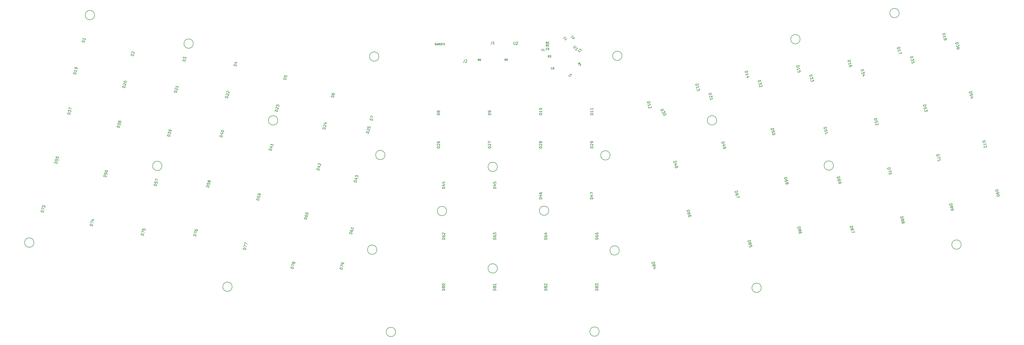
<source format=gbr>
G04 #@! TF.GenerationSoftware,KiCad,Pcbnew,(5.1.10)-1*
G04 #@! TF.CreationDate,2021-09-21T17:17:46+01:00*
G04 #@! TF.ProjectId,superlyra-hs,73757065-726c-4797-9261-2d68732e6b69,0.1*
G04 #@! TF.SameCoordinates,Original*
G04 #@! TF.FileFunction,Other,Comment*
%FSLAX46Y46*%
G04 Gerber Fmt 4.6, Leading zero omitted, Abs format (unit mm)*
G04 Created by KiCad (PCBNEW (5.1.10)-1) date 2021-09-21 17:17:46*
%MOMM*%
%LPD*%
G01*
G04 APERTURE LIST*
%ADD10C,0.150000*%
G04 APERTURE END LIST*
D10*
G04 #@! TO.C,H1*
X61440000Y-68834000D02*
G75*
G03*
X61440000Y-68834000I-1750000J0D01*
G01*
G04 #@! TO.C,H2*
X38834000Y-153924000D02*
G75*
G03*
X38834000Y-153924000I-1750000J0D01*
G01*
G04 #@! TO.C,H3*
X98270000Y-79502000D02*
G75*
G03*
X98270000Y-79502000I-1750000J0D01*
G01*
G04 #@! TO.C,H4*
X86586000Y-125222000D02*
G75*
G03*
X86586000Y-125222000I-1750000J0D01*
G01*
G04 #@! TO.C,H5*
X112748000Y-170434000D02*
G75*
G03*
X112748000Y-170434000I-1750000J0D01*
G01*
G04 #@! TO.C,H6*
X129766000Y-108204000D02*
G75*
G03*
X129766000Y-108204000I-1750000J0D01*
G01*
G04 #@! TO.C,H7*
X169771000Y-121158000D02*
G75*
G03*
X169771000Y-121158000I-1750000J0D01*
G01*
G04 #@! TO.C,H8*
X166723000Y-156591000D02*
G75*
G03*
X166723000Y-156591000I-1750000J0D01*
G01*
G04 #@! TO.C,H9*
X173708000Y-187325000D02*
G75*
G03*
X173708000Y-187325000I-1750000J0D01*
G01*
G04 #@! TO.C,H10*
X167485000Y-84328000D02*
G75*
G03*
X167485000Y-84328000I-1750000J0D01*
G01*
G04 #@! TO.C,H11*
X258163000Y-84074000D02*
G75*
G03*
X258163000Y-84074000I-1750000J0D01*
G01*
G04 #@! TO.C,H12*
X253718000Y-121285000D02*
G75*
G03*
X253718000Y-121285000I-1750000J0D01*
G01*
G04 #@! TO.C,H13*
X257147000Y-156845000D02*
G75*
G03*
X257147000Y-156845000I-1750000J0D01*
G01*
G04 #@! TO.C,H14*
X324584000Y-77851000D02*
G75*
G03*
X324584000Y-77851000I-1750000J0D01*
G01*
G04 #@! TO.C,H15*
X249654000Y-187198000D02*
G75*
G03*
X249654000Y-187198000I-1750000J0D01*
G01*
G04 #@! TO.C,H16*
X310106000Y-170815000D02*
G75*
G03*
X310106000Y-170815000I-1750000J0D01*
G01*
G04 #@! TO.C,H17*
X337030000Y-125095000D02*
G75*
G03*
X337030000Y-125095000I-1750000J0D01*
G01*
G04 #@! TO.C,H18*
X192758000Y-142113000D02*
G75*
G03*
X192758000Y-142113000I-1750000J0D01*
G01*
G04 #@! TO.C,H19*
X293469000Y-108204000D02*
G75*
G03*
X293469000Y-108204000I-1750000J0D01*
G01*
G04 #@! TO.C,H20*
X361541000Y-68072000D02*
G75*
G03*
X361541000Y-68072000I-1750000J0D01*
G01*
G04 #@! TO.C,H21*
X211681000Y-163576000D02*
G75*
G03*
X211681000Y-163576000I-1750000J0D01*
G01*
G04 #@! TO.C,H22*
X230858000Y-141986000D02*
G75*
G03*
X230858000Y-141986000I-1750000J0D01*
G01*
G04 #@! TO.C,H23*
X384655000Y-154686000D02*
G75*
G03*
X384655000Y-154686000I-1750000J0D01*
G01*
G04 #@! TO.C,H24*
X211681000Y-125603000D02*
G75*
G03*
X211681000Y-125603000I-1750000J0D01*
G01*
G04 #@! TD*
G04 #@! TO.C,R3*
X231023333Y-84644666D02*
X230790000Y-84311333D01*
X230623333Y-84644666D02*
X230623333Y-83944666D01*
X230890000Y-83944666D01*
X230956666Y-83978000D01*
X230990000Y-84011333D01*
X231023333Y-84078000D01*
X231023333Y-84178000D01*
X230990000Y-84244666D01*
X230956666Y-84278000D01*
X230890000Y-84311333D01*
X230623333Y-84311333D01*
X231256666Y-83944666D02*
X231690000Y-83944666D01*
X231456666Y-84211333D01*
X231556666Y-84211333D01*
X231623333Y-84244666D01*
X231656666Y-84278000D01*
X231690000Y-84344666D01*
X231690000Y-84511333D01*
X231656666Y-84578000D01*
X231623333Y-84611333D01*
X231556666Y-84644666D01*
X231356666Y-84644666D01*
X231290000Y-84611333D01*
X231256666Y-84578000D01*
G04 #@! TO.C,U2*
X217678095Y-78848380D02*
X217678095Y-79657904D01*
X217725714Y-79753142D01*
X217773333Y-79800761D01*
X217868571Y-79848380D01*
X218059047Y-79848380D01*
X218154285Y-79800761D01*
X218201904Y-79753142D01*
X218249523Y-79657904D01*
X218249523Y-78848380D01*
X218678095Y-78943619D02*
X218725714Y-78896000D01*
X218820952Y-78848380D01*
X219059047Y-78848380D01*
X219154285Y-78896000D01*
X219201904Y-78943619D01*
X219249523Y-79038857D01*
X219249523Y-79134095D01*
X219201904Y-79276952D01*
X218630476Y-79848380D01*
X219249523Y-79848380D01*
G04 #@! TO.C,C2*
X239588358Y-77316649D02*
X239541218Y-77316649D01*
X239446937Y-77269509D01*
X239399796Y-77222368D01*
X239352656Y-77128088D01*
X239352656Y-77033807D01*
X239376226Y-76963096D01*
X239446937Y-76845245D01*
X239517647Y-76774534D01*
X239635498Y-76703824D01*
X239706209Y-76680253D01*
X239800490Y-76680253D01*
X239894771Y-76727394D01*
X239941911Y-76774534D01*
X239989052Y-76868815D01*
X239989052Y-76915956D01*
X240177614Y-77104517D02*
X240224754Y-77104517D01*
X240295465Y-77128088D01*
X240413316Y-77245939D01*
X240436886Y-77316649D01*
X240436886Y-77363790D01*
X240413316Y-77434501D01*
X240366175Y-77481641D01*
X240271895Y-77528781D01*
X239706209Y-77528781D01*
X240012622Y-77835194D01*
G04 #@! TO.C,C3*
X242535860Y-82370852D02*
X242535860Y-82417992D01*
X242488720Y-82512273D01*
X242441580Y-82559414D01*
X242347299Y-82606554D01*
X242253018Y-82606554D01*
X242182307Y-82582984D01*
X242064456Y-82512273D01*
X241993745Y-82441563D01*
X241923035Y-82323712D01*
X241899464Y-82253001D01*
X241899464Y-82158720D01*
X241946605Y-82064439D01*
X241993745Y-82017299D01*
X242088026Y-81970158D01*
X242135167Y-81970158D01*
X242253018Y-81758026D02*
X242559431Y-81451613D01*
X242583001Y-81805167D01*
X242653712Y-81734456D01*
X242724422Y-81710886D01*
X242771563Y-81710886D01*
X242842273Y-81734456D01*
X242960124Y-81852307D01*
X242983695Y-81923018D01*
X242983695Y-81970158D01*
X242960124Y-82040869D01*
X242818703Y-82182290D01*
X242747992Y-82205860D01*
X242700852Y-82205860D01*
G04 #@! TO.C,C4*
X238937700Y-91592192D02*
X238937700Y-91639332D01*
X238890560Y-91733613D01*
X238843420Y-91780754D01*
X238749139Y-91827894D01*
X238654858Y-91827894D01*
X238584147Y-91804324D01*
X238466296Y-91733613D01*
X238395585Y-91662903D01*
X238324875Y-91545052D01*
X238301304Y-91474341D01*
X238301304Y-91380060D01*
X238348445Y-91285779D01*
X238395585Y-91238639D01*
X238489866Y-91191498D01*
X238537007Y-91191498D01*
X239079122Y-90885085D02*
X239409105Y-91215068D01*
X238772709Y-90814375D02*
X239008411Y-91285779D01*
X239314824Y-90979366D01*
G04 #@! TO.C,C5*
X230261333Y-81784000D02*
X230228000Y-81817333D01*
X230128000Y-81850666D01*
X230061333Y-81850666D01*
X229961333Y-81817333D01*
X229894666Y-81750666D01*
X229861333Y-81684000D01*
X229828000Y-81550666D01*
X229828000Y-81450666D01*
X229861333Y-81317333D01*
X229894666Y-81250666D01*
X229961333Y-81184000D01*
X230061333Y-81150666D01*
X230128000Y-81150666D01*
X230228000Y-81184000D01*
X230261333Y-81217333D01*
X230894666Y-81150666D02*
X230561333Y-81150666D01*
X230528000Y-81484000D01*
X230561333Y-81450666D01*
X230628000Y-81417333D01*
X230794666Y-81417333D01*
X230861333Y-81450666D01*
X230894666Y-81484000D01*
X230928000Y-81550666D01*
X230928000Y-81717333D01*
X230894666Y-81784000D01*
X230861333Y-81817333D01*
X230794666Y-81850666D01*
X230628000Y-81850666D01*
X230561333Y-81817333D01*
X230528000Y-81784000D01*
G04 #@! TO.C,J2*
X199310666Y-85534380D02*
X199310666Y-86248666D01*
X199263047Y-86391523D01*
X199167809Y-86486761D01*
X199024952Y-86534380D01*
X198929714Y-86534380D01*
X199739238Y-85629619D02*
X199786857Y-85582000D01*
X199882095Y-85534380D01*
X200120190Y-85534380D01*
X200215428Y-85582000D01*
X200263047Y-85629619D01*
X200310666Y-85724857D01*
X200310666Y-85820095D01*
X200263047Y-85962952D01*
X199691619Y-86534380D01*
X200310666Y-86534380D01*
G04 #@! TO.C,R1*
X230261333Y-80580666D02*
X230028000Y-80247333D01*
X229861333Y-80580666D02*
X229861333Y-79880666D01*
X230128000Y-79880666D01*
X230194666Y-79914000D01*
X230228000Y-79947333D01*
X230261333Y-80014000D01*
X230261333Y-80114000D01*
X230228000Y-80180666D01*
X230194666Y-80214000D01*
X230128000Y-80247333D01*
X229861333Y-80247333D01*
X230928000Y-80580666D02*
X230528000Y-80580666D01*
X230728000Y-80580666D02*
X230728000Y-79880666D01*
X230661333Y-79980666D01*
X230594666Y-80047333D01*
X230528000Y-80080666D01*
G04 #@! TO.C,R2*
X230261333Y-79564666D02*
X230028000Y-79231333D01*
X229861333Y-79564666D02*
X229861333Y-78864666D01*
X230128000Y-78864666D01*
X230194666Y-78898000D01*
X230228000Y-78931333D01*
X230261333Y-78998000D01*
X230261333Y-79098000D01*
X230228000Y-79164666D01*
X230194666Y-79198000D01*
X230128000Y-79231333D01*
X229861333Y-79231333D01*
X230528000Y-78931333D02*
X230561333Y-78898000D01*
X230628000Y-78864666D01*
X230794666Y-78864666D01*
X230861333Y-78898000D01*
X230894666Y-78931333D01*
X230928000Y-78998000D01*
X230928000Y-79064666D01*
X230894666Y-79164666D01*
X230494666Y-79564666D01*
X230928000Y-79564666D01*
G04 #@! TO.C,R4*
X242075364Y-87349644D02*
X242146074Y-86948950D01*
X241792521Y-87066801D02*
X242287496Y-86571826D01*
X242476057Y-86760388D01*
X242499628Y-86831099D01*
X242499628Y-86878239D01*
X242476057Y-86948950D01*
X242405347Y-87019661D01*
X242334636Y-87043231D01*
X242287496Y-87043231D01*
X242216785Y-87019661D01*
X242028223Y-86831099D01*
X242829611Y-87443925D02*
X242499628Y-87773908D01*
X242900321Y-87137512D02*
X242428917Y-87373214D01*
X242735330Y-87679627D01*
G04 #@! TO.C,R5*
X214823333Y-85862666D02*
X214590000Y-85529333D01*
X214423333Y-85862666D02*
X214423333Y-85162666D01*
X214690000Y-85162666D01*
X214756666Y-85196000D01*
X214790000Y-85229333D01*
X214823333Y-85296000D01*
X214823333Y-85396000D01*
X214790000Y-85462666D01*
X214756666Y-85496000D01*
X214690000Y-85529333D01*
X214423333Y-85529333D01*
X215456666Y-85162666D02*
X215123333Y-85162666D01*
X215090000Y-85496000D01*
X215123333Y-85462666D01*
X215190000Y-85429333D01*
X215356666Y-85429333D01*
X215423333Y-85462666D01*
X215456666Y-85496000D01*
X215490000Y-85562666D01*
X215490000Y-85729333D01*
X215456666Y-85796000D01*
X215423333Y-85829333D01*
X215356666Y-85862666D01*
X215190000Y-85862666D01*
X215123333Y-85829333D01*
X215090000Y-85796000D01*
G04 #@! TO.C,R6*
X204833333Y-85872666D02*
X204600000Y-85539333D01*
X204433333Y-85872666D02*
X204433333Y-85172666D01*
X204700000Y-85172666D01*
X204766666Y-85206000D01*
X204800000Y-85239333D01*
X204833333Y-85306000D01*
X204833333Y-85406000D01*
X204800000Y-85472666D01*
X204766666Y-85506000D01*
X204700000Y-85539333D01*
X204433333Y-85539333D01*
X205433333Y-85172666D02*
X205300000Y-85172666D01*
X205233333Y-85206000D01*
X205200000Y-85239333D01*
X205133333Y-85339333D01*
X205100000Y-85472666D01*
X205100000Y-85739333D01*
X205133333Y-85806000D01*
X205166666Y-85839333D01*
X205233333Y-85872666D01*
X205366666Y-85872666D01*
X205433333Y-85839333D01*
X205466666Y-85806000D01*
X205500000Y-85739333D01*
X205500000Y-85572666D01*
X205466666Y-85506000D01*
X205433333Y-85472666D01*
X205366666Y-85439333D01*
X205233333Y-85439333D01*
X205166666Y-85472666D01*
X205133333Y-85506000D01*
X205100000Y-85572666D01*
G04 #@! TO.C,U1*
X240746732Y-80247771D02*
X240174312Y-80820191D01*
X240140640Y-80921206D01*
X240140640Y-80988550D01*
X240174312Y-81089565D01*
X240308999Y-81224252D01*
X240410014Y-81257924D01*
X240477358Y-81257924D01*
X240578373Y-81224252D01*
X241150793Y-80651832D01*
X241150793Y-82066046D02*
X240746732Y-81661985D01*
X240948762Y-81864015D02*
X241655869Y-81156909D01*
X241487510Y-81190580D01*
X241352823Y-81190580D01*
X241251808Y-81156909D01*
G04 #@! TO.C,J1*
X209608663Y-78700380D02*
X209608663Y-79414666D01*
X209561044Y-79557523D01*
X209465806Y-79652761D01*
X209322949Y-79700380D01*
X209227711Y-79700380D01*
X210608663Y-79700380D02*
X210037235Y-79700380D01*
X210322949Y-79700380D02*
X210322949Y-78700380D01*
X210227711Y-78843238D01*
X210132473Y-78938476D01*
X210037235Y-78986095D01*
G04 #@! TO.C,SWRST1*
X188362666Y-80039333D02*
X188462666Y-80072666D01*
X188629333Y-80072666D01*
X188696000Y-80039333D01*
X188729333Y-80006000D01*
X188762666Y-79939333D01*
X188762666Y-79872666D01*
X188729333Y-79806000D01*
X188696000Y-79772666D01*
X188629333Y-79739333D01*
X188496000Y-79706000D01*
X188429333Y-79672666D01*
X188396000Y-79639333D01*
X188362666Y-79572666D01*
X188362666Y-79506000D01*
X188396000Y-79439333D01*
X188429333Y-79406000D01*
X188496000Y-79372666D01*
X188662666Y-79372666D01*
X188762666Y-79406000D01*
X188996000Y-79372666D02*
X189162666Y-80072666D01*
X189296000Y-79572666D01*
X189429333Y-80072666D01*
X189596000Y-79372666D01*
X190262666Y-80072666D02*
X190029333Y-79739333D01*
X189862666Y-80072666D02*
X189862666Y-79372666D01*
X190129333Y-79372666D01*
X190196000Y-79406000D01*
X190229333Y-79439333D01*
X190262666Y-79506000D01*
X190262666Y-79606000D01*
X190229333Y-79672666D01*
X190196000Y-79706000D01*
X190129333Y-79739333D01*
X189862666Y-79739333D01*
X190529333Y-80039333D02*
X190629333Y-80072666D01*
X190796000Y-80072666D01*
X190862666Y-80039333D01*
X190896000Y-80006000D01*
X190929333Y-79939333D01*
X190929333Y-79872666D01*
X190896000Y-79806000D01*
X190862666Y-79772666D01*
X190796000Y-79739333D01*
X190662666Y-79706000D01*
X190596000Y-79672666D01*
X190562666Y-79639333D01*
X190529333Y-79572666D01*
X190529333Y-79506000D01*
X190562666Y-79439333D01*
X190596000Y-79406000D01*
X190662666Y-79372666D01*
X190829333Y-79372666D01*
X190929333Y-79406000D01*
X191129333Y-79372666D02*
X191529333Y-79372666D01*
X191329333Y-80072666D02*
X191329333Y-79372666D01*
X192129333Y-80072666D02*
X191729333Y-80072666D01*
X191929333Y-80072666D02*
X191929333Y-79372666D01*
X191862666Y-79472666D01*
X191796000Y-79539333D01*
X191729333Y-79572666D01*
G04 #@! TO.C,C1*
X236738358Y-77736649D02*
X236691218Y-77736649D01*
X236596937Y-77689509D01*
X236549796Y-77642368D01*
X236502656Y-77548088D01*
X236502656Y-77453807D01*
X236526226Y-77383096D01*
X236596937Y-77265245D01*
X236667647Y-77194534D01*
X236785498Y-77123824D01*
X236856209Y-77100253D01*
X236950490Y-77100253D01*
X237044771Y-77147394D01*
X237091911Y-77194534D01*
X237139052Y-77288815D01*
X237139052Y-77335956D01*
X237162622Y-78255194D02*
X236879779Y-77972352D01*
X237021201Y-78113773D02*
X237516175Y-77618798D01*
X237398324Y-77642368D01*
X237304043Y-77642368D01*
X237233333Y-77618798D01*
G04 #@! TO.C,D1*
X57649933Y-79062030D02*
X56684007Y-78803211D01*
X56745631Y-78573228D01*
X56828601Y-78447563D01*
X56945244Y-78380220D01*
X57049561Y-78358873D01*
X57245872Y-78362175D01*
X57383861Y-78399149D01*
X57555522Y-78494445D01*
X57635191Y-78565091D01*
X57702534Y-78681733D01*
X57711556Y-78832047D01*
X57649933Y-79062030D01*
X58044324Y-77590143D02*
X57896427Y-78142100D01*
X57970375Y-77866121D02*
X57004450Y-77607302D01*
X57117790Y-77736269D01*
X57185133Y-77852912D01*
X57206480Y-77957229D01*
G04 #@! TO.C,D2*
X75937933Y-84142030D02*
X74972007Y-83883211D01*
X75033631Y-83653228D01*
X75116601Y-83527563D01*
X75233244Y-83460220D01*
X75337561Y-83438873D01*
X75533872Y-83442175D01*
X75671861Y-83479149D01*
X75843522Y-83574445D01*
X75923191Y-83645091D01*
X75990534Y-83761733D01*
X75999556Y-83912047D01*
X75937933Y-84142030D01*
X75310494Y-82987931D02*
X75276823Y-82929609D01*
X75255475Y-82825292D01*
X75317099Y-82595309D01*
X75387745Y-82515641D01*
X75446066Y-82481969D01*
X75550384Y-82460622D01*
X75642377Y-82485272D01*
X75768041Y-82568242D01*
X76172102Y-83268097D01*
X76332324Y-82670143D01*
G04 #@! TO.C,D3*
X95241933Y-86174030D02*
X94276007Y-85915211D01*
X94337631Y-85685228D01*
X94420601Y-85559563D01*
X94537244Y-85492220D01*
X94641561Y-85470873D01*
X94837872Y-85474175D01*
X94975861Y-85511149D01*
X95147522Y-85606445D01*
X95227191Y-85677091D01*
X95294534Y-85793733D01*
X95303556Y-85944047D01*
X95241933Y-86174030D01*
X94510177Y-85041278D02*
X94670398Y-84443324D01*
X94952097Y-84863897D01*
X94989071Y-84725907D01*
X95059717Y-84646239D01*
X95118038Y-84612567D01*
X95222356Y-84591220D01*
X95452338Y-84652844D01*
X95532006Y-84723490D01*
X95565678Y-84781811D01*
X95587025Y-84886128D01*
X95513077Y-85162107D01*
X95442431Y-85241775D01*
X95384110Y-85275447D01*
G04 #@! TO.C,D4*
X114291933Y-87952030D02*
X113326007Y-87693211D01*
X113387631Y-87463228D01*
X113470601Y-87337563D01*
X113587244Y-87270220D01*
X113691561Y-87248873D01*
X113887872Y-87252175D01*
X114025861Y-87289149D01*
X114197522Y-87384445D01*
X114277191Y-87455091D01*
X114344534Y-87571733D01*
X114353556Y-87722047D01*
X114291933Y-87952030D01*
X114017724Y-86399589D02*
X114661674Y-86572136D01*
X113588128Y-86530974D02*
X114216452Y-86945827D01*
X114376673Y-86347873D01*
G04 #@! TO.C,D5*
X132833933Y-93032030D02*
X131868007Y-92773211D01*
X131929631Y-92543228D01*
X132012601Y-92417563D01*
X132129244Y-92350220D01*
X132233561Y-92328873D01*
X132429872Y-92332175D01*
X132567861Y-92369149D01*
X132739522Y-92464445D01*
X132819191Y-92535091D01*
X132886534Y-92651733D01*
X132895556Y-92802047D01*
X132833933Y-93032030D01*
X132250073Y-91347320D02*
X132126826Y-91807285D01*
X132574466Y-91976528D01*
X132540794Y-91918207D01*
X132519447Y-91813889D01*
X132581071Y-91583907D01*
X132651717Y-91504239D01*
X132710038Y-91470567D01*
X132814356Y-91449220D01*
X133044338Y-91510844D01*
X133124006Y-91581490D01*
X133157678Y-91639811D01*
X133179025Y-91744128D01*
X133117401Y-91974111D01*
X133046755Y-92053779D01*
X132988434Y-92087451D01*
G04 #@! TO.C,D6*
X150613933Y-99636030D02*
X149648007Y-99377211D01*
X149709631Y-99147228D01*
X149792601Y-99021563D01*
X149909244Y-98954220D01*
X150013561Y-98932873D01*
X150209872Y-98936175D01*
X150347861Y-98973149D01*
X150519522Y-99068445D01*
X150599191Y-99139091D01*
X150666534Y-99255733D01*
X150675556Y-99406047D01*
X150613933Y-99636030D01*
X150017749Y-97997316D02*
X149968450Y-98181302D01*
X149989797Y-98285620D01*
X150023468Y-98343941D01*
X150136808Y-98472908D01*
X150308470Y-98568204D01*
X150676441Y-98666801D01*
X150780759Y-98645454D01*
X150839080Y-98611783D01*
X150909726Y-98532114D01*
X150959025Y-98348128D01*
X150937678Y-98243811D01*
X150904006Y-98185490D01*
X150824338Y-98114844D01*
X150594356Y-98053220D01*
X150490038Y-98074567D01*
X150431717Y-98108239D01*
X150361071Y-98187907D01*
X150311772Y-98371893D01*
X150333119Y-98476211D01*
X150366791Y-98534532D01*
X150446459Y-98605178D01*
G04 #@! TO.C,D7*
X165091933Y-108272030D02*
X164126007Y-108013211D01*
X164187631Y-107783228D01*
X164270601Y-107657563D01*
X164387244Y-107590220D01*
X164491561Y-107568873D01*
X164687872Y-107572175D01*
X164825861Y-107609149D01*
X164997522Y-107704445D01*
X165077191Y-107775091D01*
X165144534Y-107891733D01*
X165153556Y-108042047D01*
X165091933Y-108272030D01*
X164360177Y-107139278D02*
X164532723Y-106495327D01*
X165387726Y-107168114D01*
G04 #@! TO.C,D8*
X190190380Y-106148095D02*
X189190380Y-106148095D01*
X189190380Y-105910000D01*
X189238000Y-105767142D01*
X189333238Y-105671904D01*
X189428476Y-105624285D01*
X189618952Y-105576666D01*
X189761809Y-105576666D01*
X189952285Y-105624285D01*
X190047523Y-105671904D01*
X190142761Y-105767142D01*
X190190380Y-105910000D01*
X190190380Y-106148095D01*
X189618952Y-105005238D02*
X189571333Y-105100476D01*
X189523714Y-105148095D01*
X189428476Y-105195714D01*
X189380857Y-105195714D01*
X189285619Y-105148095D01*
X189238000Y-105100476D01*
X189190380Y-105005238D01*
X189190380Y-104814761D01*
X189238000Y-104719523D01*
X189285619Y-104671904D01*
X189380857Y-104624285D01*
X189428476Y-104624285D01*
X189523714Y-104671904D01*
X189571333Y-104719523D01*
X189618952Y-104814761D01*
X189618952Y-105005238D01*
X189666571Y-105100476D01*
X189714190Y-105148095D01*
X189809428Y-105195714D01*
X189999904Y-105195714D01*
X190095142Y-105148095D01*
X190142761Y-105100476D01*
X190190380Y-105005238D01*
X190190380Y-104814761D01*
X190142761Y-104719523D01*
X190095142Y-104671904D01*
X189999904Y-104624285D01*
X189809428Y-104624285D01*
X189714190Y-104671904D01*
X189666571Y-104719523D01*
X189618952Y-104814761D01*
G04 #@! TO.C,D9*
X209240380Y-106148095D02*
X208240380Y-106148095D01*
X208240380Y-105910000D01*
X208288000Y-105767142D01*
X208383238Y-105671904D01*
X208478476Y-105624285D01*
X208668952Y-105576666D01*
X208811809Y-105576666D01*
X209002285Y-105624285D01*
X209097523Y-105671904D01*
X209192761Y-105767142D01*
X209240380Y-105910000D01*
X209240380Y-106148095D01*
X209240380Y-105100476D02*
X209240380Y-104910000D01*
X209192761Y-104814761D01*
X209145142Y-104767142D01*
X209002285Y-104671904D01*
X208811809Y-104624285D01*
X208430857Y-104624285D01*
X208335619Y-104671904D01*
X208288000Y-104719523D01*
X208240380Y-104814761D01*
X208240380Y-105005238D01*
X208288000Y-105100476D01*
X208335619Y-105148095D01*
X208430857Y-105195714D01*
X208668952Y-105195714D01*
X208764190Y-105148095D01*
X208811809Y-105100476D01*
X208859428Y-105005238D01*
X208859428Y-104814761D01*
X208811809Y-104719523D01*
X208764190Y-104671904D01*
X208668952Y-104624285D01*
G04 #@! TO.C,D10*
X228290380Y-106116285D02*
X227290380Y-106116285D01*
X227290380Y-105878190D01*
X227338000Y-105735333D01*
X227433238Y-105640095D01*
X227528476Y-105592476D01*
X227718952Y-105544857D01*
X227861809Y-105544857D01*
X228052285Y-105592476D01*
X228147523Y-105640095D01*
X228242761Y-105735333D01*
X228290380Y-105878190D01*
X228290380Y-106116285D01*
X228290380Y-104592476D02*
X228290380Y-105163904D01*
X228290380Y-104878190D02*
X227290380Y-104878190D01*
X227433238Y-104973428D01*
X227528476Y-105068666D01*
X227576095Y-105163904D01*
X227290380Y-103973428D02*
X227290380Y-103878190D01*
X227338000Y-103782952D01*
X227385619Y-103735333D01*
X227480857Y-103687714D01*
X227671333Y-103640095D01*
X227909428Y-103640095D01*
X228099904Y-103687714D01*
X228195142Y-103735333D01*
X228242761Y-103782952D01*
X228290380Y-103878190D01*
X228290380Y-103973428D01*
X228242761Y-104068666D01*
X228195142Y-104116285D01*
X228099904Y-104163904D01*
X227909428Y-104211523D01*
X227671333Y-104211523D01*
X227480857Y-104163904D01*
X227385619Y-104116285D01*
X227338000Y-104068666D01*
X227290380Y-103973428D01*
G04 #@! TO.C,D11*
X247340380Y-106116285D02*
X246340380Y-106116285D01*
X246340380Y-105878190D01*
X246388000Y-105735333D01*
X246483238Y-105640095D01*
X246578476Y-105592476D01*
X246768952Y-105544857D01*
X246911809Y-105544857D01*
X247102285Y-105592476D01*
X247197523Y-105640095D01*
X247292761Y-105735333D01*
X247340380Y-105878190D01*
X247340380Y-106116285D01*
X247340380Y-104592476D02*
X247340380Y-105163904D01*
X247340380Y-104878190D02*
X246340380Y-104878190D01*
X246483238Y-104973428D01*
X246578476Y-105068666D01*
X246626095Y-105163904D01*
X247340380Y-103640095D02*
X247340380Y-104211523D01*
X247340380Y-103925809D02*
X246340380Y-103925809D01*
X246483238Y-104021047D01*
X246578476Y-104116285D01*
X246626095Y-104211523D01*
G04 #@! TO.C,D12*
X267583304Y-101386588D02*
X268549230Y-101127769D01*
X268610853Y-101357752D01*
X268601831Y-101508066D01*
X268534487Y-101624708D01*
X268454819Y-101695354D01*
X268283158Y-101790649D01*
X268145169Y-101827624D01*
X267948858Y-101830926D01*
X267844540Y-101809579D01*
X267727898Y-101742235D01*
X267644927Y-101616571D01*
X267583304Y-101386588D01*
X267977695Y-102858475D02*
X267829798Y-102306518D01*
X267903746Y-102582497D02*
X268869672Y-102323677D01*
X268707033Y-102268659D01*
X268590391Y-102201315D01*
X268519745Y-102121647D01*
X268950225Y-102992277D02*
X269008547Y-103025949D01*
X269079192Y-103105617D01*
X269140816Y-103335600D01*
X269119469Y-103439917D01*
X269085797Y-103498239D01*
X269006129Y-103568885D01*
X268914136Y-103593534D01*
X268763822Y-103584512D01*
X268063968Y-103180451D01*
X268224189Y-103778405D01*
G04 #@! TO.C,D13*
X285617304Y-94782588D02*
X286583230Y-94523769D01*
X286644853Y-94753752D01*
X286635831Y-94904066D01*
X286568487Y-95020708D01*
X286488819Y-95091354D01*
X286317158Y-95186649D01*
X286179169Y-95223624D01*
X285982858Y-95226926D01*
X285878540Y-95205579D01*
X285761898Y-95138235D01*
X285678927Y-95012571D01*
X285617304Y-94782588D01*
X286011695Y-96254475D02*
X285863798Y-95702518D01*
X285937746Y-95978497D02*
X286903672Y-95719677D01*
X286741033Y-95664659D01*
X286624391Y-95597315D01*
X286553745Y-95517647D01*
X287063894Y-96317632D02*
X287224115Y-96915586D01*
X286769870Y-96692208D01*
X286806844Y-96830198D01*
X286785497Y-96934515D01*
X286751825Y-96992836D01*
X286672157Y-97063482D01*
X286442175Y-97125106D01*
X286337857Y-97103759D01*
X286279536Y-97070087D01*
X286208890Y-96990419D01*
X286134942Y-96714440D01*
X286156289Y-96610122D01*
X286189961Y-96551801D01*
G04 #@! TO.C,D14*
X304032304Y-89956588D02*
X304998230Y-89697769D01*
X305059853Y-89927752D01*
X305050831Y-90078066D01*
X304983487Y-90194708D01*
X304903819Y-90265354D01*
X304732158Y-90360649D01*
X304594169Y-90397624D01*
X304397858Y-90400926D01*
X304293540Y-90379579D01*
X304176898Y-90312235D01*
X304093927Y-90186571D01*
X304032304Y-89956588D01*
X304426695Y-91428475D02*
X304278798Y-90876518D01*
X304352746Y-91152497D02*
X305318672Y-90893677D01*
X305156033Y-90838659D01*
X305039391Y-90771315D01*
X304968745Y-90691647D01*
X305292490Y-92083866D02*
X304648540Y-92256412D01*
X305598838Y-91755286D02*
X304847268Y-91710174D01*
X305007489Y-92308128D01*
G04 #@! TO.C,D15*
X323209304Y-87924588D02*
X324175230Y-87665769D01*
X324236853Y-87895752D01*
X324227831Y-88046066D01*
X324160487Y-88162708D01*
X324080819Y-88233354D01*
X323909158Y-88328649D01*
X323771169Y-88365624D01*
X323574858Y-88368926D01*
X323470540Y-88347579D01*
X323353898Y-88280235D01*
X323270927Y-88154571D01*
X323209304Y-87924588D01*
X323603695Y-89396475D02*
X323455798Y-88844518D01*
X323529746Y-89120497D02*
X324495672Y-88861677D01*
X324333033Y-88806659D01*
X324216391Y-88739315D01*
X324145745Y-88659647D01*
X324803790Y-90011589D02*
X324680543Y-89551625D01*
X324208254Y-89628875D01*
X324266575Y-89662547D01*
X324337221Y-89742215D01*
X324398844Y-89972198D01*
X324377497Y-90076515D01*
X324343825Y-90134836D01*
X324264157Y-90205482D01*
X324034175Y-90267106D01*
X323929857Y-90245759D01*
X323871536Y-90212087D01*
X323800890Y-90132419D01*
X323739267Y-89902436D01*
X323760614Y-89798119D01*
X323794285Y-89739798D01*
G04 #@! TO.C,D16*
X342386304Y-85892588D02*
X343352230Y-85633769D01*
X343413853Y-85863752D01*
X343404831Y-86014066D01*
X343337487Y-86130708D01*
X343257819Y-86201354D01*
X343086158Y-86296649D01*
X342948169Y-86333624D01*
X342751858Y-86336926D01*
X342647540Y-86315579D01*
X342530898Y-86248235D01*
X342447927Y-86122571D01*
X342386304Y-85892588D01*
X342780695Y-87364475D02*
X342632798Y-86812518D01*
X342706746Y-87088497D02*
X343672672Y-86829677D01*
X343510033Y-86774659D01*
X343393391Y-86707315D01*
X343322745Y-86627647D01*
X343968465Y-87933593D02*
X343919167Y-87749607D01*
X343848521Y-87669939D01*
X343790199Y-87636267D01*
X343627561Y-87581248D01*
X343431250Y-87584550D01*
X343063278Y-87683148D01*
X342983610Y-87753794D01*
X342949938Y-87812115D01*
X342928591Y-87916433D01*
X342977890Y-88100419D01*
X343048536Y-88180087D01*
X343106857Y-88213759D01*
X343211175Y-88235106D01*
X343441157Y-88173482D01*
X343520825Y-88102836D01*
X343554497Y-88044515D01*
X343575844Y-87940198D01*
X343526545Y-87756212D01*
X343455899Y-87676543D01*
X343397578Y-87642872D01*
X343293261Y-87621525D01*
G04 #@! TO.C,D17*
X360801304Y-81066588D02*
X361767230Y-80807769D01*
X361828853Y-81037752D01*
X361819831Y-81188066D01*
X361752487Y-81304708D01*
X361672819Y-81375354D01*
X361501158Y-81470649D01*
X361363169Y-81507624D01*
X361166858Y-81510926D01*
X361062540Y-81489579D01*
X360945898Y-81422235D01*
X360862927Y-81296571D01*
X360801304Y-81066588D01*
X361195695Y-82538475D02*
X361047798Y-81986518D01*
X361121746Y-82262497D02*
X362087672Y-82003677D01*
X361925033Y-81948659D01*
X361808391Y-81881315D01*
X361737745Y-81801647D01*
X362247894Y-82601632D02*
X362420440Y-83245582D01*
X361343591Y-83090433D01*
G04 #@! TO.C,D18*
X377692304Y-75859588D02*
X378658230Y-75600769D01*
X378719853Y-75830752D01*
X378710831Y-75981066D01*
X378643487Y-76097708D01*
X378563819Y-76168354D01*
X378392158Y-76263649D01*
X378254169Y-76300624D01*
X378057858Y-76303926D01*
X377953540Y-76282579D01*
X377836898Y-76215235D01*
X377753927Y-76089571D01*
X377692304Y-75859588D01*
X378086695Y-77331475D02*
X377938798Y-76779518D01*
X378012746Y-77055497D02*
X378978672Y-76796677D01*
X378816033Y-76741659D01*
X378699391Y-76674315D01*
X378628745Y-76594647D01*
X378786549Y-77735536D02*
X378807896Y-77631219D01*
X378841568Y-77572898D01*
X378921236Y-77502252D01*
X378967232Y-77489927D01*
X379071550Y-77511274D01*
X379129871Y-77544946D01*
X379200517Y-77624614D01*
X379249816Y-77808600D01*
X379228469Y-77912917D01*
X379194797Y-77971239D01*
X379115129Y-78041885D01*
X379069133Y-78054209D01*
X378964815Y-78032862D01*
X378906494Y-77999190D01*
X378835848Y-77919522D01*
X378786549Y-77735536D01*
X378715903Y-77655868D01*
X378657582Y-77622196D01*
X378553264Y-77600849D01*
X378369278Y-77650148D01*
X378289610Y-77720794D01*
X378255938Y-77779115D01*
X378234591Y-77883433D01*
X378283890Y-78067419D01*
X378354536Y-78147087D01*
X378412857Y-78180759D01*
X378517175Y-78202106D01*
X378701161Y-78152807D01*
X378780829Y-78082161D01*
X378814501Y-78023840D01*
X378835848Y-77919522D01*
G04 #@! TO.C,D19*
X54478686Y-90951995D02*
X53512760Y-90693176D01*
X53574383Y-90463194D01*
X53657354Y-90337529D01*
X53773996Y-90270186D01*
X53878314Y-90248839D01*
X54074625Y-90252141D01*
X54212614Y-90289115D01*
X54384275Y-90384411D01*
X54463943Y-90455056D01*
X54531287Y-90571699D01*
X54540309Y-90722013D01*
X54478686Y-90951995D01*
X54873077Y-89480108D02*
X54725180Y-90032066D01*
X54799128Y-89756087D02*
X53833202Y-89497268D01*
X53946542Y-89626235D01*
X54013886Y-89742877D01*
X54035233Y-89847195D01*
X54996324Y-89020144D02*
X55045623Y-88836158D01*
X55024276Y-88731840D01*
X54990604Y-88673519D01*
X54877264Y-88544552D01*
X54705603Y-88449256D01*
X54337631Y-88350659D01*
X54233313Y-88372006D01*
X54174992Y-88405678D01*
X54104346Y-88485346D01*
X54055047Y-88669332D01*
X54076394Y-88773649D01*
X54110066Y-88831970D01*
X54189734Y-88902616D01*
X54419717Y-88964240D01*
X54524034Y-88942893D01*
X54582356Y-88909221D01*
X54653001Y-88829553D01*
X54702300Y-88645567D01*
X54680953Y-88541249D01*
X54647282Y-88482928D01*
X54567613Y-88412282D01*
G04 #@! TO.C,D20*
X72766686Y-96031995D02*
X71800760Y-95773176D01*
X71862383Y-95543194D01*
X71945354Y-95417529D01*
X72061996Y-95350186D01*
X72166314Y-95328839D01*
X72362625Y-95332141D01*
X72500614Y-95369115D01*
X72672275Y-95464411D01*
X72751943Y-95535056D01*
X72819287Y-95651699D01*
X72828309Y-95802013D01*
X72766686Y-96031995D01*
X72139247Y-94877896D02*
X72105575Y-94819575D01*
X72084228Y-94715257D01*
X72145852Y-94485275D01*
X72216498Y-94405607D01*
X72274819Y-94371935D01*
X72379137Y-94350588D01*
X72471130Y-94375238D01*
X72596794Y-94458208D01*
X73000855Y-95158062D01*
X73161077Y-94560108D01*
X72355372Y-93703335D02*
X72380022Y-93611342D01*
X72450667Y-93531674D01*
X72508989Y-93498002D01*
X72613306Y-93476655D01*
X72809617Y-93479958D01*
X73039599Y-93541581D01*
X73211260Y-93636877D01*
X73290929Y-93707522D01*
X73324600Y-93765844D01*
X73345947Y-93870161D01*
X73321298Y-93962154D01*
X73250652Y-94041822D01*
X73192331Y-94075494D01*
X73088013Y-94096841D01*
X72891703Y-94093539D01*
X72661720Y-94031915D01*
X72490059Y-93936620D01*
X72410391Y-93865974D01*
X72376719Y-93807653D01*
X72355372Y-93703335D01*
G04 #@! TO.C,D21*
X92070686Y-97809993D02*
X91104760Y-97551174D01*
X91166383Y-97321192D01*
X91249354Y-97195527D01*
X91365996Y-97128184D01*
X91470314Y-97106837D01*
X91666625Y-97110139D01*
X91804614Y-97147113D01*
X91976275Y-97242409D01*
X92055943Y-97313054D01*
X92123287Y-97429697D01*
X92132309Y-97580011D01*
X92070686Y-97809993D01*
X91443247Y-96655894D02*
X91409575Y-96597573D01*
X91388228Y-96493255D01*
X91449852Y-96263273D01*
X91520498Y-96183605D01*
X91578819Y-96149933D01*
X91683137Y-96128586D01*
X91775130Y-96153236D01*
X91900794Y-96236206D01*
X92304855Y-96936060D01*
X92465077Y-96338106D01*
X92711571Y-95418177D02*
X92563674Y-95970135D01*
X92637623Y-95694156D02*
X91671697Y-95435337D01*
X91785037Y-95564304D01*
X91852380Y-95680946D01*
X91873727Y-95785264D01*
G04 #@! TO.C,D22*
X111120686Y-99841995D02*
X110154760Y-99583176D01*
X110216383Y-99353194D01*
X110299354Y-99227529D01*
X110415996Y-99160186D01*
X110520314Y-99138839D01*
X110716625Y-99142141D01*
X110854614Y-99179115D01*
X111026275Y-99274411D01*
X111105943Y-99345056D01*
X111173287Y-99461699D01*
X111182309Y-99612013D01*
X111120686Y-99841995D01*
X110493247Y-98687896D02*
X110459575Y-98629575D01*
X110438228Y-98525257D01*
X110499852Y-98295275D01*
X110570498Y-98215607D01*
X110628819Y-98181935D01*
X110733137Y-98160588D01*
X110825130Y-98185238D01*
X110950794Y-98268208D01*
X111354855Y-98968062D01*
X111515077Y-98370108D01*
X110739741Y-97767967D02*
X110706070Y-97709646D01*
X110684723Y-97605328D01*
X110746346Y-97375346D01*
X110816992Y-97295678D01*
X110875313Y-97262006D01*
X110979631Y-97240659D01*
X111071624Y-97265308D01*
X111197289Y-97348279D01*
X111601350Y-98048133D01*
X111761571Y-97450179D01*
G04 #@! TO.C,D23*
X129662686Y-104921995D02*
X128696760Y-104663176D01*
X128758383Y-104433194D01*
X128841354Y-104307529D01*
X128957996Y-104240186D01*
X129062314Y-104218839D01*
X129258625Y-104222141D01*
X129396614Y-104259115D01*
X129568275Y-104354411D01*
X129647943Y-104425056D01*
X129715287Y-104541699D01*
X129724309Y-104692013D01*
X129662686Y-104921995D01*
X129035247Y-103767896D02*
X129001575Y-103709575D01*
X128980228Y-103605257D01*
X129041852Y-103375275D01*
X129112498Y-103295607D01*
X129170819Y-103261935D01*
X129275137Y-103240588D01*
X129367130Y-103265238D01*
X129492794Y-103348208D01*
X129896855Y-104048062D01*
X130057077Y-103450108D01*
X129177424Y-102869314D02*
X129337645Y-102271360D01*
X129619344Y-102691933D01*
X129656318Y-102553943D01*
X129726964Y-102474275D01*
X129785285Y-102440603D01*
X129889603Y-102419256D01*
X130119585Y-102480880D01*
X130199253Y-102551526D01*
X130232925Y-102609847D01*
X130254272Y-102714165D01*
X130180324Y-102990144D01*
X130109678Y-103069812D01*
X130051357Y-103103484D01*
G04 #@! TO.C,D24*
X147442686Y-111525995D02*
X146476760Y-111267176D01*
X146538383Y-111037194D01*
X146621354Y-110911529D01*
X146737996Y-110844186D01*
X146842314Y-110822839D01*
X147038625Y-110826141D01*
X147176614Y-110863115D01*
X147348275Y-110958411D01*
X147427943Y-111029056D01*
X147495287Y-111145699D01*
X147504309Y-111296013D01*
X147442686Y-111525995D01*
X146815247Y-110371896D02*
X146781575Y-110313575D01*
X146760228Y-110209257D01*
X146821852Y-109979275D01*
X146892498Y-109899607D01*
X146950819Y-109865935D01*
X147055137Y-109844588D01*
X147147130Y-109869238D01*
X147272794Y-109952208D01*
X147676855Y-110652062D01*
X147837077Y-110054108D01*
X147414971Y-109053626D02*
X148058921Y-109226172D01*
X146985376Y-109185010D02*
X147613699Y-109599864D01*
X147773920Y-109001909D01*
G04 #@! TO.C,D25*
X163698686Y-113049994D02*
X162732760Y-112791175D01*
X162794383Y-112561193D01*
X162877354Y-112435528D01*
X162993996Y-112368185D01*
X163098314Y-112346838D01*
X163294625Y-112350140D01*
X163432614Y-112387114D01*
X163604275Y-112482410D01*
X163683943Y-112553055D01*
X163751287Y-112669698D01*
X163760309Y-112820012D01*
X163698686Y-113049994D01*
X163071247Y-111895895D02*
X163037575Y-111837574D01*
X163016228Y-111733256D01*
X163077852Y-111503274D01*
X163148498Y-111423606D01*
X163206819Y-111389934D01*
X163311137Y-111368587D01*
X163403130Y-111393237D01*
X163528794Y-111476207D01*
X163932855Y-112176061D01*
X164093077Y-111578107D01*
X163361320Y-110445355D02*
X163238073Y-110905320D01*
X163685713Y-111074564D01*
X163652041Y-111016242D01*
X163630694Y-110911925D01*
X163692318Y-110681942D01*
X163762964Y-110602274D01*
X163821285Y-110568602D01*
X163925603Y-110547255D01*
X164155585Y-110608879D01*
X164235253Y-110679525D01*
X164268925Y-110737846D01*
X164290272Y-110842164D01*
X164228648Y-111072146D01*
X164158003Y-111151814D01*
X164099681Y-111185486D01*
G04 #@! TO.C,D26*
X190190380Y-118562285D02*
X189190380Y-118562285D01*
X189190380Y-118324190D01*
X189238000Y-118181333D01*
X189333238Y-118086095D01*
X189428476Y-118038476D01*
X189618952Y-117990857D01*
X189761809Y-117990857D01*
X189952285Y-118038476D01*
X190047523Y-118086095D01*
X190142761Y-118181333D01*
X190190380Y-118324190D01*
X190190380Y-118562285D01*
X189285619Y-117609904D02*
X189238000Y-117562285D01*
X189190380Y-117467047D01*
X189190380Y-117228952D01*
X189238000Y-117133714D01*
X189285619Y-117086095D01*
X189380857Y-117038476D01*
X189476095Y-117038476D01*
X189618952Y-117086095D01*
X190190380Y-117657523D01*
X190190380Y-117038476D01*
X189190380Y-116181333D02*
X189190380Y-116371809D01*
X189238000Y-116467047D01*
X189285619Y-116514666D01*
X189428476Y-116609904D01*
X189618952Y-116657523D01*
X189999904Y-116657523D01*
X190095142Y-116609904D01*
X190142761Y-116562285D01*
X190190380Y-116467047D01*
X190190380Y-116276571D01*
X190142761Y-116181333D01*
X190095142Y-116133714D01*
X189999904Y-116086095D01*
X189761809Y-116086095D01*
X189666571Y-116133714D01*
X189618952Y-116181333D01*
X189571333Y-116276571D01*
X189571333Y-116467047D01*
X189618952Y-116562285D01*
X189666571Y-116609904D01*
X189761809Y-116657523D01*
G04 #@! TO.C,D27*
X209240380Y-118562285D02*
X208240380Y-118562285D01*
X208240380Y-118324190D01*
X208288000Y-118181333D01*
X208383238Y-118086095D01*
X208478476Y-118038476D01*
X208668952Y-117990857D01*
X208811809Y-117990857D01*
X209002285Y-118038476D01*
X209097523Y-118086095D01*
X209192761Y-118181333D01*
X209240380Y-118324190D01*
X209240380Y-118562285D01*
X208335619Y-117609904D02*
X208288000Y-117562285D01*
X208240380Y-117467047D01*
X208240380Y-117228952D01*
X208288000Y-117133714D01*
X208335619Y-117086095D01*
X208430857Y-117038476D01*
X208526095Y-117038476D01*
X208668952Y-117086095D01*
X209240380Y-117657523D01*
X209240380Y-117038476D01*
X208240380Y-116705142D02*
X208240380Y-116038476D01*
X209240380Y-116467047D01*
G04 #@! TO.C,D28*
X228290380Y-118562285D02*
X227290380Y-118562285D01*
X227290380Y-118324190D01*
X227338000Y-118181333D01*
X227433238Y-118086095D01*
X227528476Y-118038476D01*
X227718952Y-117990857D01*
X227861809Y-117990857D01*
X228052285Y-118038476D01*
X228147523Y-118086095D01*
X228242761Y-118181333D01*
X228290380Y-118324190D01*
X228290380Y-118562285D01*
X227385619Y-117609904D02*
X227338000Y-117562285D01*
X227290380Y-117467047D01*
X227290380Y-117228952D01*
X227338000Y-117133714D01*
X227385619Y-117086095D01*
X227480857Y-117038476D01*
X227576095Y-117038476D01*
X227718952Y-117086095D01*
X228290380Y-117657523D01*
X228290380Y-117038476D01*
X227718952Y-116467047D02*
X227671333Y-116562285D01*
X227623714Y-116609904D01*
X227528476Y-116657523D01*
X227480857Y-116657523D01*
X227385619Y-116609904D01*
X227338000Y-116562285D01*
X227290380Y-116467047D01*
X227290380Y-116276571D01*
X227338000Y-116181333D01*
X227385619Y-116133714D01*
X227480857Y-116086095D01*
X227528476Y-116086095D01*
X227623714Y-116133714D01*
X227671333Y-116181333D01*
X227718952Y-116276571D01*
X227718952Y-116467047D01*
X227766571Y-116562285D01*
X227814190Y-116609904D01*
X227909428Y-116657523D01*
X228099904Y-116657523D01*
X228195142Y-116609904D01*
X228242761Y-116562285D01*
X228290380Y-116467047D01*
X228290380Y-116276571D01*
X228242761Y-116181333D01*
X228195142Y-116133714D01*
X228099904Y-116086095D01*
X227909428Y-116086095D01*
X227814190Y-116133714D01*
X227766571Y-116181333D01*
X227718952Y-116276571D01*
G04 #@! TO.C,D29*
X247340380Y-118562285D02*
X246340380Y-118562285D01*
X246340380Y-118324190D01*
X246388000Y-118181333D01*
X246483238Y-118086095D01*
X246578476Y-118038476D01*
X246768952Y-117990857D01*
X246911809Y-117990857D01*
X247102285Y-118038476D01*
X247197523Y-118086095D01*
X247292761Y-118181333D01*
X247340380Y-118324190D01*
X247340380Y-118562285D01*
X246435619Y-117609904D02*
X246388000Y-117562285D01*
X246340380Y-117467047D01*
X246340380Y-117228952D01*
X246388000Y-117133714D01*
X246435619Y-117086095D01*
X246530857Y-117038476D01*
X246626095Y-117038476D01*
X246768952Y-117086095D01*
X247340380Y-117657523D01*
X247340380Y-117038476D01*
X247340380Y-116562285D02*
X247340380Y-116371809D01*
X247292761Y-116276571D01*
X247245142Y-116228952D01*
X247102285Y-116133714D01*
X246911809Y-116086095D01*
X246530857Y-116086095D01*
X246435619Y-116133714D01*
X246388000Y-116181333D01*
X246340380Y-116276571D01*
X246340380Y-116467047D01*
X246388000Y-116562285D01*
X246435619Y-116609904D01*
X246530857Y-116657523D01*
X246768952Y-116657523D01*
X246864190Y-116609904D01*
X246911809Y-116562285D01*
X246959428Y-116467047D01*
X246959428Y-116276571D01*
X246911809Y-116181333D01*
X246864190Y-116133714D01*
X246768952Y-116086095D01*
G04 #@! TO.C,D30*
X272566904Y-104375571D02*
X273432930Y-103875571D01*
X273551977Y-104081767D01*
X273582167Y-104229295D01*
X273547307Y-104359392D01*
X273488638Y-104448251D01*
X273347490Y-104584728D01*
X273223772Y-104656157D01*
X273035006Y-104710155D01*
X272928717Y-104716535D01*
X272798620Y-104681676D01*
X272685952Y-104581767D01*
X272566904Y-104375571D01*
X273885311Y-104659117D02*
X274194834Y-105195228D01*
X273698253Y-105097030D01*
X273769682Y-105220747D01*
X273776062Y-105327036D01*
X273758632Y-105392084D01*
X273699963Y-105480943D01*
X273493766Y-105599990D01*
X273387478Y-105606370D01*
X273322429Y-105588940D01*
X273233571Y-105530271D01*
X273090714Y-105282835D01*
X273084334Y-105176547D01*
X273101764Y-105111498D01*
X274504358Y-105731339D02*
X274551977Y-105813818D01*
X274558357Y-105920106D01*
X274540927Y-105985155D01*
X274482258Y-106074013D01*
X274341110Y-106210491D01*
X274134914Y-106329538D01*
X273946147Y-106383537D01*
X273839859Y-106389917D01*
X273774810Y-106372487D01*
X273685952Y-106313818D01*
X273638333Y-106231339D01*
X273631953Y-106125051D01*
X273649383Y-106060002D01*
X273708052Y-105971144D01*
X273849200Y-105834667D01*
X274055396Y-105715619D01*
X274244163Y-105661620D01*
X274350451Y-105655241D01*
X274415500Y-105672670D01*
X274504358Y-105731339D01*
G04 #@! TO.C,D31*
X290480802Y-98212700D02*
X291446728Y-97953881D01*
X291508351Y-98183864D01*
X291499329Y-98334178D01*
X291431985Y-98450820D01*
X291352317Y-98521466D01*
X291180656Y-98616761D01*
X291042667Y-98653736D01*
X290846356Y-98657038D01*
X290742038Y-98635691D01*
X290625396Y-98568347D01*
X290542425Y-98442683D01*
X290480802Y-98212700D01*
X291680897Y-98827814D02*
X291841119Y-99425768D01*
X291386874Y-99202391D01*
X291423848Y-99340380D01*
X291402501Y-99444698D01*
X291368829Y-99503019D01*
X291289161Y-99573665D01*
X291059179Y-99635288D01*
X290954861Y-99613941D01*
X290896540Y-99580270D01*
X290825894Y-99500601D01*
X290751946Y-99224623D01*
X290773293Y-99120305D01*
X290806964Y-99061984D01*
X291121687Y-100604517D02*
X290973790Y-100052559D01*
X291047739Y-100328538D02*
X292013665Y-100069719D01*
X291851026Y-100014700D01*
X291734383Y-99947357D01*
X291663737Y-99867688D01*
G04 #@! TO.C,D32*
X308895802Y-93386700D02*
X309861728Y-93127881D01*
X309923351Y-93357864D01*
X309914329Y-93508178D01*
X309846985Y-93624820D01*
X309767317Y-93695466D01*
X309595656Y-93790761D01*
X309457667Y-93827736D01*
X309261356Y-93831038D01*
X309157038Y-93809691D01*
X309040396Y-93742347D01*
X308957425Y-93616683D01*
X308895802Y-93386700D01*
X310095897Y-94001814D02*
X310256119Y-94599768D01*
X309801874Y-94376391D01*
X309838848Y-94514380D01*
X309817501Y-94618698D01*
X309783829Y-94677019D01*
X309704161Y-94747665D01*
X309474179Y-94809288D01*
X309369861Y-94787941D01*
X309311540Y-94754270D01*
X309240894Y-94674601D01*
X309166946Y-94398623D01*
X309188293Y-94294305D01*
X309221964Y-94235984D01*
X310262723Y-94992389D02*
X310321045Y-95026061D01*
X310391690Y-95105729D01*
X310453314Y-95335712D01*
X310431967Y-95440029D01*
X310398295Y-95498351D01*
X310318627Y-95568997D01*
X310226634Y-95593646D01*
X310076320Y-95584624D01*
X309376466Y-95180563D01*
X309536687Y-95778517D01*
G04 #@! TO.C,D33*
X328072802Y-91354700D02*
X329038728Y-91095881D01*
X329100351Y-91325864D01*
X329091329Y-91476178D01*
X329023985Y-91592820D01*
X328944317Y-91663466D01*
X328772656Y-91758761D01*
X328634667Y-91795736D01*
X328438356Y-91799038D01*
X328334038Y-91777691D01*
X328217396Y-91710347D01*
X328134425Y-91584683D01*
X328072802Y-91354700D01*
X329272897Y-91969814D02*
X329433119Y-92567768D01*
X328978874Y-92344391D01*
X329015848Y-92482380D01*
X328994501Y-92586698D01*
X328960829Y-92645019D01*
X328881161Y-92715665D01*
X328651179Y-92777288D01*
X328546861Y-92755941D01*
X328488540Y-92722270D01*
X328417894Y-92642601D01*
X328343946Y-92366623D01*
X328365293Y-92262305D01*
X328398964Y-92203984D01*
X329519392Y-92889744D02*
X329679613Y-93487698D01*
X329225368Y-93264320D01*
X329262342Y-93402310D01*
X329240995Y-93506627D01*
X329207323Y-93564948D01*
X329127655Y-93635594D01*
X328897673Y-93697218D01*
X328793355Y-93675871D01*
X328735034Y-93642199D01*
X328664388Y-93562531D01*
X328590440Y-93286552D01*
X328611787Y-93182234D01*
X328645459Y-93123913D01*
G04 #@! TO.C,D34*
X347249802Y-89322700D02*
X348215728Y-89063881D01*
X348277351Y-89293864D01*
X348268329Y-89444178D01*
X348200985Y-89560820D01*
X348121317Y-89631466D01*
X347949656Y-89726761D01*
X347811667Y-89763736D01*
X347615356Y-89767038D01*
X347511038Y-89745691D01*
X347394396Y-89678347D01*
X347311425Y-89552683D01*
X347249802Y-89322700D01*
X348449897Y-89937814D02*
X348610119Y-90535768D01*
X348155874Y-90312391D01*
X348192848Y-90450380D01*
X348171501Y-90554698D01*
X348137829Y-90613019D01*
X348058161Y-90683665D01*
X347828179Y-90745288D01*
X347723861Y-90723941D01*
X347665540Y-90690270D01*
X347594894Y-90610601D01*
X347520946Y-90334623D01*
X347542293Y-90230305D01*
X347575964Y-90171984D01*
X348509988Y-91449978D02*
X347866038Y-91622524D01*
X348816336Y-91121398D02*
X348064766Y-91076286D01*
X348224987Y-91674240D01*
G04 #@! TO.C,D35*
X365664802Y-84496700D02*
X366630728Y-84237881D01*
X366692351Y-84467864D01*
X366683329Y-84618178D01*
X366615985Y-84734820D01*
X366536317Y-84805466D01*
X366364656Y-84900761D01*
X366226667Y-84937736D01*
X366030356Y-84941038D01*
X365926038Y-84919691D01*
X365809396Y-84852347D01*
X365726425Y-84726683D01*
X365664802Y-84496700D01*
X366864897Y-85111814D02*
X367025119Y-85709768D01*
X366570874Y-85486391D01*
X366607848Y-85624380D01*
X366586501Y-85728698D01*
X366552829Y-85787019D01*
X366473161Y-85857665D01*
X366243179Y-85919288D01*
X366138861Y-85897941D01*
X366080540Y-85864270D01*
X366009894Y-85784601D01*
X365935946Y-85508623D01*
X365957293Y-85404305D01*
X365990964Y-85345984D01*
X367259288Y-86583701D02*
X367136041Y-86123737D01*
X366663752Y-86200987D01*
X366722073Y-86234659D01*
X366792719Y-86314327D01*
X366854342Y-86544310D01*
X366832995Y-86648627D01*
X366799323Y-86706948D01*
X366719655Y-86777594D01*
X366489673Y-86839218D01*
X366385355Y-86817871D01*
X366327034Y-86784199D01*
X366256388Y-86704531D01*
X366194765Y-86474548D01*
X366216112Y-86370231D01*
X366249783Y-86311910D01*
G04 #@! TO.C,D36*
X382555802Y-79289700D02*
X383521728Y-79030881D01*
X383583351Y-79260864D01*
X383574329Y-79411178D01*
X383506985Y-79527820D01*
X383427317Y-79598466D01*
X383255656Y-79693761D01*
X383117667Y-79730736D01*
X382921356Y-79734038D01*
X382817038Y-79712691D01*
X382700396Y-79645347D01*
X382617425Y-79519683D01*
X382555802Y-79289700D01*
X383755897Y-79904814D02*
X383916119Y-80502768D01*
X383461874Y-80279391D01*
X383498848Y-80417380D01*
X383477501Y-80521698D01*
X383443829Y-80580019D01*
X383364161Y-80650665D01*
X383134179Y-80712288D01*
X383029861Y-80690941D01*
X382971540Y-80657270D01*
X382900894Y-80577601D01*
X382826946Y-80301623D01*
X382848293Y-80197305D01*
X382881964Y-80138984D01*
X384137963Y-81330705D02*
X384088665Y-81146719D01*
X384018019Y-81067051D01*
X383959697Y-81033379D01*
X383797059Y-80978360D01*
X383600748Y-80981662D01*
X383232776Y-81080260D01*
X383153108Y-81150906D01*
X383119436Y-81209227D01*
X383098089Y-81313545D01*
X383147388Y-81497531D01*
X383218034Y-81577199D01*
X383276355Y-81610871D01*
X383380673Y-81632218D01*
X383610655Y-81570594D01*
X383690323Y-81499948D01*
X383723995Y-81441627D01*
X383745342Y-81337310D01*
X383696043Y-81153324D01*
X383625397Y-81073655D01*
X383567076Y-81039984D01*
X383462759Y-81018637D01*
G04 #@! TO.C,D37*
X52287645Y-106054372D02*
X51321719Y-105795553D01*
X51383342Y-105565571D01*
X51466313Y-105439906D01*
X51582955Y-105372563D01*
X51687273Y-105351216D01*
X51883584Y-105354518D01*
X52021573Y-105391492D01*
X52193234Y-105486788D01*
X52272902Y-105557433D01*
X52340246Y-105674076D01*
X52349268Y-105824390D01*
X52287645Y-106054372D01*
X51555888Y-104921620D02*
X51716110Y-104323666D01*
X51997809Y-104744239D01*
X52034783Y-104606250D01*
X52105429Y-104526582D01*
X52163750Y-104492910D01*
X52268067Y-104471563D01*
X52498050Y-104533186D01*
X52577718Y-104603832D01*
X52611390Y-104662153D01*
X52632737Y-104766471D01*
X52558788Y-105042450D01*
X52488143Y-105122118D01*
X52429821Y-105155790D01*
X51802383Y-104001691D02*
X51974929Y-103357740D01*
X52829932Y-104030528D01*
G04 #@! TO.C,D38*
X70721298Y-110962668D02*
X69755372Y-110703849D01*
X69816995Y-110473867D01*
X69899966Y-110348202D01*
X70016608Y-110280859D01*
X70120926Y-110259512D01*
X70317237Y-110262814D01*
X70455226Y-110299788D01*
X70626887Y-110395084D01*
X70706555Y-110465729D01*
X70773899Y-110582372D01*
X70782921Y-110732686D01*
X70721298Y-110962668D01*
X69989541Y-109829916D02*
X70149763Y-109231962D01*
X70431462Y-109652535D01*
X70468436Y-109514546D01*
X70539082Y-109434878D01*
X70597403Y-109401206D01*
X70701720Y-109379859D01*
X70931703Y-109441482D01*
X71011371Y-109512128D01*
X71045043Y-109570449D01*
X71066390Y-109674767D01*
X70992441Y-109950746D01*
X70921796Y-110030414D01*
X70863474Y-110064086D01*
X70711628Y-108790927D02*
X70640982Y-108870595D01*
X70582660Y-108904267D01*
X70478343Y-108925614D01*
X70432346Y-108913289D01*
X70352678Y-108842643D01*
X70319006Y-108784322D01*
X70297659Y-108680005D01*
X70346958Y-108496019D01*
X70417604Y-108416351D01*
X70475925Y-108382679D01*
X70580243Y-108361332D01*
X70626239Y-108373656D01*
X70705908Y-108444302D01*
X70739579Y-108502624D01*
X70760926Y-108606941D01*
X70711628Y-108790927D01*
X70732975Y-108895245D01*
X70766646Y-108953566D01*
X70846315Y-109024212D01*
X71030300Y-109073511D01*
X71134618Y-109052164D01*
X71192939Y-109018492D01*
X71263585Y-108938824D01*
X71312884Y-108754838D01*
X71291537Y-108650520D01*
X71257865Y-108592199D01*
X71178197Y-108521553D01*
X70994211Y-108472254D01*
X70889894Y-108493601D01*
X70831572Y-108527273D01*
X70760926Y-108606941D01*
G04 #@! TO.C,D39*
X89517298Y-114264668D02*
X88551372Y-114005849D01*
X88612995Y-113775867D01*
X88695966Y-113650202D01*
X88812608Y-113582859D01*
X88916926Y-113561512D01*
X89113237Y-113564814D01*
X89251226Y-113601788D01*
X89422887Y-113697084D01*
X89502555Y-113767729D01*
X89569899Y-113884372D01*
X89578921Y-114034686D01*
X89517298Y-114264668D01*
X88785541Y-113131916D02*
X88945763Y-112533962D01*
X89227462Y-112954535D01*
X89264436Y-112816546D01*
X89335082Y-112736878D01*
X89393403Y-112703206D01*
X89497720Y-112681859D01*
X89727703Y-112743482D01*
X89807371Y-112814128D01*
X89841043Y-112872449D01*
X89862390Y-112976767D01*
X89788441Y-113252746D01*
X89717796Y-113332414D01*
X89659474Y-113366086D01*
X90034936Y-112332817D02*
X90084235Y-112148831D01*
X90062888Y-112044513D01*
X90029216Y-111986192D01*
X89915876Y-111857225D01*
X89744215Y-111761929D01*
X89376243Y-111663332D01*
X89271925Y-111684679D01*
X89213604Y-111718351D01*
X89142958Y-111798019D01*
X89093659Y-111982005D01*
X89115006Y-112086322D01*
X89148678Y-112144643D01*
X89228346Y-112215289D01*
X89458329Y-112276913D01*
X89562646Y-112255566D01*
X89620968Y-112221894D01*
X89691613Y-112142226D01*
X89740912Y-111958240D01*
X89719565Y-111853922D01*
X89685894Y-111795601D01*
X89606225Y-111724955D01*
G04 #@! TO.C,D40*
X109075298Y-114518668D02*
X108109372Y-114259849D01*
X108170995Y-114029867D01*
X108253966Y-113904202D01*
X108370608Y-113836859D01*
X108474926Y-113815512D01*
X108671237Y-113818814D01*
X108809226Y-113855788D01*
X108980887Y-113951084D01*
X109060555Y-114021729D01*
X109127899Y-114138372D01*
X109136921Y-114288686D01*
X109075298Y-114518668D01*
X108801089Y-112966228D02*
X109445039Y-113138774D01*
X108371493Y-113097613D02*
X108999817Y-113512466D01*
X109160038Y-112914512D01*
X108663984Y-112190008D02*
X108688634Y-112098015D01*
X108759279Y-112018347D01*
X108817601Y-111984675D01*
X108921918Y-111963328D01*
X109118229Y-111966631D01*
X109348211Y-112028254D01*
X109519872Y-112123550D01*
X109599541Y-112194195D01*
X109633212Y-112252517D01*
X109654559Y-112356834D01*
X109629910Y-112448827D01*
X109559264Y-112528495D01*
X109500943Y-112562167D01*
X109396625Y-112583514D01*
X109200315Y-112580212D01*
X108970332Y-112518588D01*
X108798671Y-112423293D01*
X108719003Y-112352647D01*
X108685331Y-112294326D01*
X108663984Y-112190008D01*
G04 #@! TO.C,D41*
X127471645Y-119516372D02*
X126505719Y-119257553D01*
X126567342Y-119027571D01*
X126650313Y-118901906D01*
X126766955Y-118834563D01*
X126871273Y-118813216D01*
X127067584Y-118816518D01*
X127205573Y-118853492D01*
X127377234Y-118948788D01*
X127456902Y-119019433D01*
X127524246Y-119136076D01*
X127533268Y-119286390D01*
X127471645Y-119516372D01*
X127197436Y-117963932D02*
X127841386Y-118136478D01*
X126767840Y-118095317D02*
X127396164Y-118510170D01*
X127556385Y-117912216D01*
X128112530Y-117124556D02*
X127964633Y-117676514D01*
X128038582Y-117400535D02*
X127072656Y-117141716D01*
X127185996Y-117270683D01*
X127253339Y-117387325D01*
X127274686Y-117491643D01*
G04 #@! TO.C,D42*
X145251645Y-126882372D02*
X144285719Y-126623553D01*
X144347342Y-126393571D01*
X144430313Y-126267906D01*
X144546955Y-126200563D01*
X144651273Y-126179216D01*
X144847584Y-126182518D01*
X144985573Y-126219492D01*
X145157234Y-126314788D01*
X145236902Y-126385433D01*
X145304246Y-126502076D01*
X145313268Y-126652390D01*
X145251645Y-126882372D01*
X144977436Y-125329932D02*
X145621386Y-125502478D01*
X144547840Y-125461317D02*
X145176164Y-125876170D01*
X145336385Y-125278216D01*
X144870700Y-124808344D02*
X144837029Y-124750023D01*
X144815682Y-124645705D01*
X144877305Y-124415723D01*
X144947951Y-124336055D01*
X145006272Y-124302383D01*
X145110590Y-124281036D01*
X145202583Y-124305685D01*
X145328248Y-124388656D01*
X145732309Y-125088510D01*
X145892530Y-124490556D01*
G04 #@! TO.C,D43*
X159126686Y-131337994D02*
X158160760Y-131079175D01*
X158222383Y-130849193D01*
X158305354Y-130723528D01*
X158421996Y-130656185D01*
X158526314Y-130634838D01*
X158722625Y-130638140D01*
X158860614Y-130675114D01*
X159032275Y-130770410D01*
X159111943Y-130841055D01*
X159179287Y-130957698D01*
X159188309Y-131108012D01*
X159126686Y-131337994D01*
X158852477Y-129785554D02*
X159496427Y-129958100D01*
X158422881Y-129916939D02*
X159051205Y-130331792D01*
X159211426Y-129733838D01*
X158641424Y-129285313D02*
X158801645Y-128687359D01*
X159083344Y-129107932D01*
X159120318Y-128969942D01*
X159190964Y-128890274D01*
X159249285Y-128856602D01*
X159353603Y-128835255D01*
X159583585Y-128896879D01*
X159663253Y-128967525D01*
X159696925Y-129025846D01*
X159718272Y-129130164D01*
X159644324Y-129406143D01*
X159573678Y-129485811D01*
X159515357Y-129519483D01*
G04 #@! TO.C,D44*
X192095380Y-133675285D02*
X191095380Y-133675285D01*
X191095380Y-133437190D01*
X191143000Y-133294333D01*
X191238238Y-133199095D01*
X191333476Y-133151476D01*
X191523952Y-133103857D01*
X191666809Y-133103857D01*
X191857285Y-133151476D01*
X191952523Y-133199095D01*
X192047761Y-133294333D01*
X192095380Y-133437190D01*
X192095380Y-133675285D01*
X191428714Y-132246714D02*
X192095380Y-132246714D01*
X191047761Y-132484809D02*
X191762047Y-132722904D01*
X191762047Y-132103857D01*
X191428714Y-131294333D02*
X192095380Y-131294333D01*
X191047761Y-131532428D02*
X191762047Y-131770523D01*
X191762047Y-131151476D01*
G04 #@! TO.C,D45*
X211145380Y-133675285D02*
X210145380Y-133675285D01*
X210145380Y-133437190D01*
X210193000Y-133294333D01*
X210288238Y-133199095D01*
X210383476Y-133151476D01*
X210573952Y-133103857D01*
X210716809Y-133103857D01*
X210907285Y-133151476D01*
X211002523Y-133199095D01*
X211097761Y-133294333D01*
X211145380Y-133437190D01*
X211145380Y-133675285D01*
X210478714Y-132246714D02*
X211145380Y-132246714D01*
X210097761Y-132484809D02*
X210812047Y-132722904D01*
X210812047Y-132103857D01*
X210145380Y-131246714D02*
X210145380Y-131722904D01*
X210621571Y-131770523D01*
X210573952Y-131722904D01*
X210526333Y-131627666D01*
X210526333Y-131389571D01*
X210573952Y-131294333D01*
X210621571Y-131246714D01*
X210716809Y-131199095D01*
X210954904Y-131199095D01*
X211050142Y-131246714D01*
X211097761Y-131294333D01*
X211145380Y-131389571D01*
X211145380Y-131627666D01*
X211097761Y-131722904D01*
X211050142Y-131770523D01*
G04 #@! TO.C,D46*
X228290380Y-137612285D02*
X227290380Y-137612285D01*
X227290380Y-137374190D01*
X227338000Y-137231333D01*
X227433238Y-137136095D01*
X227528476Y-137088476D01*
X227718952Y-137040857D01*
X227861809Y-137040857D01*
X228052285Y-137088476D01*
X228147523Y-137136095D01*
X228242761Y-137231333D01*
X228290380Y-137374190D01*
X228290380Y-137612285D01*
X227623714Y-136183714D02*
X228290380Y-136183714D01*
X227242761Y-136421809D02*
X227957047Y-136659904D01*
X227957047Y-136040857D01*
X227290380Y-135231333D02*
X227290380Y-135421809D01*
X227338000Y-135517047D01*
X227385619Y-135564666D01*
X227528476Y-135659904D01*
X227718952Y-135707523D01*
X228099904Y-135707523D01*
X228195142Y-135659904D01*
X228242761Y-135612285D01*
X228290380Y-135517047D01*
X228290380Y-135326571D01*
X228242761Y-135231333D01*
X228195142Y-135183714D01*
X228099904Y-135136095D01*
X227861809Y-135136095D01*
X227766571Y-135183714D01*
X227718952Y-135231333D01*
X227671333Y-135326571D01*
X227671333Y-135517047D01*
X227718952Y-135612285D01*
X227766571Y-135659904D01*
X227861809Y-135707523D01*
G04 #@! TO.C,D47*
X247340380Y-137612285D02*
X246340380Y-137612285D01*
X246340380Y-137374190D01*
X246388000Y-137231333D01*
X246483238Y-137136095D01*
X246578476Y-137088476D01*
X246768952Y-137040857D01*
X246911809Y-137040857D01*
X247102285Y-137088476D01*
X247197523Y-137136095D01*
X247292761Y-137231333D01*
X247340380Y-137374190D01*
X247340380Y-137612285D01*
X246673714Y-136183714D02*
X247340380Y-136183714D01*
X246292761Y-136421809D02*
X247007047Y-136659904D01*
X247007047Y-136040857D01*
X246340380Y-135755142D02*
X246340380Y-135088476D01*
X247340380Y-135517047D01*
G04 #@! TO.C,D48*
X277407972Y-123677451D02*
X278373898Y-123418632D01*
X278435521Y-123648615D01*
X278426499Y-123798929D01*
X278359155Y-123915571D01*
X278279487Y-123986217D01*
X278107826Y-124081512D01*
X277969837Y-124118487D01*
X277773526Y-124121789D01*
X277669208Y-124100442D01*
X277552566Y-124033098D01*
X277469595Y-123907434D01*
X277407972Y-123677451D01*
X278421664Y-124884799D02*
X277777713Y-125057345D01*
X278728012Y-124556219D02*
X277976441Y-124511108D01*
X278136663Y-125109062D01*
X278502217Y-125553399D02*
X278523564Y-125449082D01*
X278557236Y-125390761D01*
X278636904Y-125320115D01*
X278682900Y-125307790D01*
X278787218Y-125329137D01*
X278845539Y-125362809D01*
X278916185Y-125442477D01*
X278965484Y-125626463D01*
X278944137Y-125730780D01*
X278910465Y-125789102D01*
X278830797Y-125859748D01*
X278784801Y-125872072D01*
X278680483Y-125850725D01*
X278622162Y-125817053D01*
X278551516Y-125737385D01*
X278502217Y-125553399D01*
X278431571Y-125473731D01*
X278373250Y-125440059D01*
X278268932Y-125418712D01*
X278084946Y-125468011D01*
X278005278Y-125538657D01*
X277971606Y-125596978D01*
X277950259Y-125701296D01*
X277999558Y-125885282D01*
X278070204Y-125964950D01*
X278128525Y-125998622D01*
X278232843Y-126019969D01*
X278416829Y-125970670D01*
X278496497Y-125900024D01*
X278530169Y-125841703D01*
X278551516Y-125737385D01*
G04 #@! TO.C,D49*
X295314972Y-116438451D02*
X296280898Y-116179632D01*
X296342521Y-116409615D01*
X296333499Y-116559929D01*
X296266155Y-116676571D01*
X296186487Y-116747217D01*
X296014826Y-116842512D01*
X295876837Y-116879487D01*
X295680526Y-116882789D01*
X295576208Y-116861442D01*
X295459566Y-116794098D01*
X295376595Y-116668434D01*
X295314972Y-116438451D01*
X296328664Y-117645799D02*
X295684713Y-117818345D01*
X296635012Y-117317219D02*
X295883441Y-117272108D01*
X296043663Y-117870062D01*
X295832610Y-118370303D02*
X295881909Y-118554289D01*
X295952555Y-118633957D01*
X296010876Y-118667629D01*
X296173515Y-118722648D01*
X296369825Y-118719345D01*
X296737797Y-118620748D01*
X296817465Y-118550102D01*
X296851137Y-118491780D01*
X296872484Y-118387463D01*
X296823185Y-118203477D01*
X296752539Y-118123809D01*
X296694218Y-118090137D01*
X296589900Y-118068790D01*
X296359918Y-118130413D01*
X296280250Y-118201059D01*
X296246578Y-118259381D01*
X296225231Y-118363698D01*
X296274530Y-118547684D01*
X296345176Y-118627352D01*
X296403497Y-118661024D01*
X296507815Y-118682371D01*
G04 #@! TO.C,D50*
X313729972Y-111358451D02*
X314695898Y-111099632D01*
X314757521Y-111329615D01*
X314748499Y-111479929D01*
X314681155Y-111596571D01*
X314601487Y-111667217D01*
X314429826Y-111762512D01*
X314291837Y-111799487D01*
X314095526Y-111802789D01*
X313991208Y-111781442D01*
X313874566Y-111714098D01*
X313791595Y-111588434D01*
X313729972Y-111358451D01*
X315077964Y-112525523D02*
X314954717Y-112065558D01*
X314482427Y-112142809D01*
X314540748Y-112176481D01*
X314611394Y-112256149D01*
X314673018Y-112486131D01*
X314651671Y-112590449D01*
X314617999Y-112648770D01*
X314538331Y-112719416D01*
X314308349Y-112781039D01*
X314204031Y-112759692D01*
X314145710Y-112726021D01*
X314075064Y-112646352D01*
X314013440Y-112416370D01*
X314034787Y-112312052D01*
X314068459Y-112253731D01*
X315250510Y-113169473D02*
X315275159Y-113261466D01*
X315253812Y-113365784D01*
X315220140Y-113424105D01*
X315140472Y-113494751D01*
X314968811Y-113590046D01*
X314738829Y-113651670D01*
X314542518Y-113654972D01*
X314438201Y-113633625D01*
X314379879Y-113599954D01*
X314309233Y-113520285D01*
X314284584Y-113428292D01*
X314305931Y-113323975D01*
X314339603Y-113265654D01*
X314419271Y-113195008D01*
X314590932Y-113099712D01*
X314820915Y-113038089D01*
X315017225Y-113034786D01*
X315121543Y-113056133D01*
X315179864Y-113089805D01*
X315250510Y-113169473D01*
G04 #@! TO.C,D51*
X333414972Y-110977451D02*
X334380898Y-110718632D01*
X334442521Y-110948615D01*
X334433499Y-111098929D01*
X334366155Y-111215571D01*
X334286487Y-111286217D01*
X334114826Y-111381512D01*
X333976837Y-111418487D01*
X333780526Y-111421789D01*
X333676208Y-111400442D01*
X333559566Y-111333098D01*
X333476595Y-111207434D01*
X333414972Y-110977451D01*
X334762964Y-112144523D02*
X334639717Y-111684558D01*
X334167427Y-111761809D01*
X334225748Y-111795481D01*
X334296394Y-111875149D01*
X334358018Y-112105131D01*
X334336671Y-112209449D01*
X334302999Y-112267770D01*
X334223331Y-112338416D01*
X333993349Y-112400039D01*
X333889031Y-112378692D01*
X333830710Y-112345021D01*
X333760064Y-112265352D01*
X333698440Y-112035370D01*
X333719787Y-111931052D01*
X333753459Y-111872731D01*
X334055857Y-113369268D02*
X333907960Y-112817310D01*
X333981909Y-113093289D02*
X334947835Y-112834470D01*
X334785196Y-112779451D01*
X334668553Y-112712108D01*
X334597907Y-112632439D01*
G04 #@! TO.C,D52*
X352210972Y-107675451D02*
X353176898Y-107416632D01*
X353238521Y-107646615D01*
X353229499Y-107796929D01*
X353162155Y-107913571D01*
X353082487Y-107984217D01*
X352910826Y-108079512D01*
X352772837Y-108116487D01*
X352576526Y-108119789D01*
X352472208Y-108098442D01*
X352355566Y-108031098D01*
X352272595Y-107905434D01*
X352210972Y-107675451D01*
X353558964Y-108842523D02*
X353435717Y-108382558D01*
X352963427Y-108459809D01*
X353021748Y-108493481D01*
X353092394Y-108573149D01*
X353154018Y-108803131D01*
X353132671Y-108907449D01*
X353098999Y-108965770D01*
X353019331Y-109036416D01*
X352789349Y-109098039D01*
X352685031Y-109076692D01*
X352626710Y-109043021D01*
X352556064Y-108963352D01*
X352494440Y-108733370D01*
X352515787Y-108629052D01*
X352549459Y-108570731D01*
X353577893Y-109281140D02*
X353636215Y-109314812D01*
X353706860Y-109394480D01*
X353768484Y-109624463D01*
X353747137Y-109728780D01*
X353713465Y-109787102D01*
X353633797Y-109857748D01*
X353541804Y-109882397D01*
X353391490Y-109873375D01*
X352691636Y-109469314D01*
X352851857Y-110067268D01*
G04 #@! TO.C,D53*
X370498972Y-102595451D02*
X371464898Y-102336632D01*
X371526521Y-102566615D01*
X371517499Y-102716929D01*
X371450155Y-102833571D01*
X371370487Y-102904217D01*
X371198826Y-102999512D01*
X371060837Y-103036487D01*
X370864526Y-103039789D01*
X370760208Y-103018442D01*
X370643566Y-102951098D01*
X370560595Y-102825434D01*
X370498972Y-102595451D01*
X371846964Y-103762523D02*
X371723717Y-103302558D01*
X371251427Y-103379809D01*
X371309748Y-103413481D01*
X371380394Y-103493149D01*
X371442018Y-103723131D01*
X371420671Y-103827449D01*
X371386999Y-103885770D01*
X371307331Y-103956416D01*
X371077349Y-104018039D01*
X370973031Y-103996692D01*
X370914710Y-103963021D01*
X370844064Y-103883352D01*
X370782440Y-103653370D01*
X370803787Y-103549052D01*
X370837459Y-103490731D01*
X371945562Y-104130495D02*
X372105783Y-104728449D01*
X371651538Y-104505071D01*
X371688512Y-104643061D01*
X371667165Y-104747378D01*
X371633493Y-104805699D01*
X371553825Y-104876345D01*
X371323843Y-104937969D01*
X371219525Y-104916622D01*
X371161204Y-104882950D01*
X371090558Y-104803282D01*
X371016610Y-104527303D01*
X371037957Y-104422985D01*
X371071629Y-104364664D01*
G04 #@! TO.C,D54*
X387643972Y-97642451D02*
X388609898Y-97383632D01*
X388671521Y-97613615D01*
X388662499Y-97763929D01*
X388595155Y-97880571D01*
X388515487Y-97951217D01*
X388343826Y-98046512D01*
X388205837Y-98083487D01*
X388009526Y-98086789D01*
X387905208Y-98065442D01*
X387788566Y-97998098D01*
X387705595Y-97872434D01*
X387643972Y-97642451D01*
X388991964Y-98809523D02*
X388868717Y-98349558D01*
X388396427Y-98426809D01*
X388454748Y-98460481D01*
X388525394Y-98540149D01*
X388587018Y-98770131D01*
X388565671Y-98874449D01*
X388531999Y-98932770D01*
X388452331Y-99003416D01*
X388222349Y-99065039D01*
X388118031Y-99043692D01*
X388059710Y-99010021D01*
X387989064Y-98930352D01*
X387927440Y-98700370D01*
X387948787Y-98596052D01*
X387982459Y-98537731D01*
X388904158Y-99769729D02*
X388260208Y-99942275D01*
X389210506Y-99441149D02*
X388458936Y-99396037D01*
X388619157Y-99993991D01*
G04 #@! TO.C,D55*
X47461645Y-124342372D02*
X46495719Y-124083553D01*
X46557342Y-123853571D01*
X46640313Y-123727906D01*
X46756955Y-123660563D01*
X46861273Y-123639216D01*
X47057584Y-123642518D01*
X47195573Y-123679492D01*
X47367234Y-123774788D01*
X47446902Y-123845433D01*
X47514246Y-123962076D01*
X47523268Y-124112390D01*
X47461645Y-124342372D01*
X46877785Y-122657663D02*
X46754538Y-123117627D01*
X47202178Y-123286871D01*
X47168506Y-123228550D01*
X47147159Y-123124232D01*
X47208783Y-122894250D01*
X47279429Y-122814582D01*
X47337750Y-122780910D01*
X47442067Y-122759563D01*
X47672050Y-122821186D01*
X47751718Y-122891832D01*
X47785390Y-122950153D01*
X47806737Y-123054471D01*
X47745113Y-123284453D01*
X47674467Y-123364122D01*
X47616146Y-123397793D01*
X47124279Y-121737733D02*
X47001032Y-122197698D01*
X47448672Y-122366942D01*
X47415000Y-122308620D01*
X47393653Y-122204303D01*
X47455277Y-121974320D01*
X47525923Y-121894652D01*
X47584244Y-121860980D01*
X47688562Y-121839633D01*
X47918544Y-121901257D01*
X47998212Y-121971903D01*
X48031884Y-122030224D01*
X48053231Y-122134542D01*
X47991607Y-122364524D01*
X47920962Y-122444192D01*
X47862640Y-122477864D01*
G04 #@! TO.C,D56*
X65749645Y-129422372D02*
X64783719Y-129163553D01*
X64845342Y-128933571D01*
X64928313Y-128807906D01*
X65044955Y-128740563D01*
X65149273Y-128719216D01*
X65345584Y-128722518D01*
X65483573Y-128759492D01*
X65655234Y-128854788D01*
X65734902Y-128925433D01*
X65802246Y-129042076D01*
X65811268Y-129192390D01*
X65749645Y-129422372D01*
X65165785Y-127737663D02*
X65042538Y-128197627D01*
X65490178Y-128366871D01*
X65456506Y-128308550D01*
X65435159Y-128204232D01*
X65496783Y-127974250D01*
X65567429Y-127894582D01*
X65625750Y-127860910D01*
X65730067Y-127839563D01*
X65960050Y-127901186D01*
X66039718Y-127971832D01*
X66073390Y-128030153D01*
X66094737Y-128134471D01*
X66033113Y-128364453D01*
X65962467Y-128444122D01*
X65904146Y-128477793D01*
X65399955Y-126863730D02*
X65350656Y-127047716D01*
X65372003Y-127152033D01*
X65405675Y-127210355D01*
X65519015Y-127339322D01*
X65690676Y-127434617D01*
X66058647Y-127533215D01*
X66162965Y-127511868D01*
X66221286Y-127478196D01*
X66291932Y-127398528D01*
X66341231Y-127214542D01*
X66319884Y-127110224D01*
X66286212Y-127051903D01*
X66206544Y-126981257D01*
X65976562Y-126919633D01*
X65872244Y-126940980D01*
X65813923Y-126974652D01*
X65743277Y-127054320D01*
X65693978Y-127238306D01*
X65715325Y-127342624D01*
X65748997Y-127400945D01*
X65828665Y-127471591D01*
G04 #@! TO.C,D57*
X84545645Y-132724372D02*
X83579719Y-132465553D01*
X83641342Y-132235571D01*
X83724313Y-132109906D01*
X83840955Y-132042563D01*
X83945273Y-132021216D01*
X84141584Y-132024518D01*
X84279573Y-132061492D01*
X84451234Y-132156788D01*
X84530902Y-132227433D01*
X84598246Y-132344076D01*
X84607268Y-132494390D01*
X84545645Y-132724372D01*
X83961785Y-131039663D02*
X83838538Y-131499627D01*
X84286178Y-131668871D01*
X84252506Y-131610550D01*
X84231159Y-131506232D01*
X84292783Y-131276250D01*
X84363429Y-131196582D01*
X84421750Y-131162910D01*
X84526067Y-131141563D01*
X84756050Y-131203186D01*
X84835718Y-131273832D01*
X84869390Y-131332153D01*
X84890737Y-131436471D01*
X84829113Y-131666453D01*
X84758467Y-131746122D01*
X84700146Y-131779793D01*
X84060383Y-130671691D02*
X84232929Y-130027740D01*
X85087932Y-130700528D01*
G04 #@! TO.C,D58*
X104103645Y-133232372D02*
X103137719Y-132973553D01*
X103199342Y-132743571D01*
X103282313Y-132617906D01*
X103398955Y-132550563D01*
X103503273Y-132529216D01*
X103699584Y-132532518D01*
X103837573Y-132569492D01*
X104009234Y-132664788D01*
X104088902Y-132735433D01*
X104156246Y-132852076D01*
X104165268Y-133002390D01*
X104103645Y-133232372D01*
X103519785Y-131547663D02*
X103396538Y-132007627D01*
X103844178Y-132176871D01*
X103810506Y-132118550D01*
X103789159Y-132014232D01*
X103850783Y-131784250D01*
X103921429Y-131704582D01*
X103979750Y-131670910D01*
X104084067Y-131649563D01*
X104314050Y-131711186D01*
X104393718Y-131781832D01*
X104427390Y-131840153D01*
X104448737Y-131944471D01*
X104387113Y-132174453D01*
X104316467Y-132254122D01*
X104258146Y-132287793D01*
X104093975Y-131060631D02*
X104023329Y-131140299D01*
X103965007Y-131173971D01*
X103860690Y-131195318D01*
X103814693Y-131182993D01*
X103735025Y-131112347D01*
X103701353Y-131054026D01*
X103680006Y-130949709D01*
X103729305Y-130765723D01*
X103799951Y-130686055D01*
X103858272Y-130652383D01*
X103962590Y-130631036D01*
X104008586Y-130643360D01*
X104088255Y-130714006D01*
X104121926Y-130772328D01*
X104143273Y-130876645D01*
X104093975Y-131060631D01*
X104115322Y-131164949D01*
X104148993Y-131223270D01*
X104228662Y-131293916D01*
X104412647Y-131343215D01*
X104516965Y-131321868D01*
X104575286Y-131288196D01*
X104645932Y-131208528D01*
X104695231Y-131024542D01*
X104673884Y-130920224D01*
X104640212Y-130861903D01*
X104560544Y-130791257D01*
X104376558Y-130741958D01*
X104272241Y-130763305D01*
X104213919Y-130796977D01*
X104143273Y-130876645D01*
G04 #@! TO.C,D59*
X122791298Y-138140668D02*
X121825372Y-137881849D01*
X121886995Y-137651867D01*
X121969966Y-137526202D01*
X122086608Y-137458859D01*
X122190926Y-137437512D01*
X122387237Y-137440814D01*
X122525226Y-137477788D01*
X122696887Y-137573084D01*
X122776555Y-137643729D01*
X122843899Y-137760372D01*
X122852921Y-137910686D01*
X122791298Y-138140668D01*
X122207438Y-136455959D02*
X122084191Y-136915923D01*
X122531831Y-137085167D01*
X122498159Y-137026846D01*
X122476812Y-136922528D01*
X122538436Y-136692546D01*
X122609082Y-136612878D01*
X122667403Y-136579206D01*
X122771720Y-136557859D01*
X123001703Y-136619482D01*
X123081371Y-136690128D01*
X123115043Y-136748449D01*
X123136390Y-136852767D01*
X123074766Y-137082749D01*
X123004120Y-137162418D01*
X122945799Y-137196089D01*
X123308936Y-136208817D02*
X123358235Y-136024831D01*
X123336888Y-135920513D01*
X123303216Y-135862192D01*
X123189876Y-135733225D01*
X123018215Y-135637929D01*
X122650243Y-135539332D01*
X122545925Y-135560679D01*
X122487604Y-135594351D01*
X122416958Y-135674019D01*
X122367659Y-135858005D01*
X122389006Y-135962322D01*
X122422678Y-136020643D01*
X122502346Y-136091289D01*
X122732329Y-136152913D01*
X122836646Y-136131566D01*
X122894968Y-136097894D01*
X122965613Y-136018226D01*
X123014912Y-135834240D01*
X122993565Y-135729922D01*
X122959894Y-135671601D01*
X122880225Y-135600955D01*
G04 #@! TO.C,D60*
X140571298Y-145252668D02*
X139605372Y-144993849D01*
X139666995Y-144763867D01*
X139749966Y-144638202D01*
X139866608Y-144570859D01*
X139970926Y-144549512D01*
X140167237Y-144552814D01*
X140305226Y-144589788D01*
X140476887Y-144685084D01*
X140556555Y-144755729D01*
X140623899Y-144872372D01*
X140632921Y-145022686D01*
X140571298Y-145252668D01*
X139975113Y-143613955D02*
X139925814Y-143797941D01*
X139947162Y-143902259D01*
X139980833Y-143960580D01*
X140094173Y-144089547D01*
X140265834Y-144184842D01*
X140633806Y-144283440D01*
X140738124Y-144262093D01*
X140796445Y-144228421D01*
X140867091Y-144148753D01*
X140916390Y-143964767D01*
X140895043Y-143860449D01*
X140861371Y-143802128D01*
X140781703Y-143731482D01*
X140551720Y-143669859D01*
X140447403Y-143691206D01*
X140389082Y-143724878D01*
X140318436Y-143804546D01*
X140269137Y-143988532D01*
X140290484Y-144092849D01*
X140324156Y-144151171D01*
X140403824Y-144221816D01*
X140159984Y-142924008D02*
X140184634Y-142832015D01*
X140255279Y-142752347D01*
X140313601Y-142718675D01*
X140417918Y-142697328D01*
X140614229Y-142700631D01*
X140844211Y-142762254D01*
X141015872Y-142857550D01*
X141095541Y-142928195D01*
X141129212Y-142986517D01*
X141150559Y-143090834D01*
X141125910Y-143182827D01*
X141055264Y-143262495D01*
X140996943Y-143296167D01*
X140892625Y-143317514D01*
X140696315Y-143314212D01*
X140466332Y-143252588D01*
X140294671Y-143157293D01*
X140215003Y-143086647D01*
X140181331Y-143028326D01*
X140159984Y-142924008D01*
G04 #@! TO.C,D61*
X157443645Y-150758372D02*
X156477719Y-150499553D01*
X156539342Y-150269571D01*
X156622313Y-150143906D01*
X156738955Y-150076563D01*
X156843273Y-150055216D01*
X157039584Y-150058518D01*
X157177573Y-150095492D01*
X157349234Y-150190788D01*
X157428902Y-150261433D01*
X157496246Y-150378076D01*
X157505268Y-150528390D01*
X157443645Y-150758372D01*
X156847460Y-149119659D02*
X156798161Y-149303645D01*
X156819509Y-149407963D01*
X156853180Y-149466284D01*
X156966520Y-149595251D01*
X157138181Y-149690546D01*
X157506153Y-149789144D01*
X157610471Y-149767797D01*
X157668792Y-149734125D01*
X157739438Y-149654457D01*
X157788737Y-149470471D01*
X157767390Y-149366153D01*
X157733718Y-149307832D01*
X157654050Y-149237186D01*
X157424067Y-149175563D01*
X157319750Y-149196910D01*
X157261429Y-149230582D01*
X157190783Y-149310250D01*
X157141484Y-149494236D01*
X157162831Y-149598553D01*
X157196503Y-149656875D01*
X157276171Y-149727520D01*
X158084530Y-148366556D02*
X157936633Y-148918514D01*
X158010582Y-148642535D02*
X157044656Y-148383716D01*
X157157996Y-148512683D01*
X157225339Y-148629325D01*
X157246686Y-148733643D01*
G04 #@! TO.C,D62*
X192095380Y-152725285D02*
X191095380Y-152725285D01*
X191095380Y-152487190D01*
X191143000Y-152344333D01*
X191238238Y-152249095D01*
X191333476Y-152201476D01*
X191523952Y-152153857D01*
X191666809Y-152153857D01*
X191857285Y-152201476D01*
X191952523Y-152249095D01*
X192047761Y-152344333D01*
X192095380Y-152487190D01*
X192095380Y-152725285D01*
X191095380Y-151296714D02*
X191095380Y-151487190D01*
X191143000Y-151582428D01*
X191190619Y-151630047D01*
X191333476Y-151725285D01*
X191523952Y-151772904D01*
X191904904Y-151772904D01*
X192000142Y-151725285D01*
X192047761Y-151677666D01*
X192095380Y-151582428D01*
X192095380Y-151391952D01*
X192047761Y-151296714D01*
X192000142Y-151249095D01*
X191904904Y-151201476D01*
X191666809Y-151201476D01*
X191571571Y-151249095D01*
X191523952Y-151296714D01*
X191476333Y-151391952D01*
X191476333Y-151582428D01*
X191523952Y-151677666D01*
X191571571Y-151725285D01*
X191666809Y-151772904D01*
X191190619Y-150820523D02*
X191143000Y-150772904D01*
X191095380Y-150677666D01*
X191095380Y-150439571D01*
X191143000Y-150344333D01*
X191190619Y-150296714D01*
X191285857Y-150249095D01*
X191381095Y-150249095D01*
X191523952Y-150296714D01*
X192095380Y-150868142D01*
X192095380Y-150249095D01*
G04 #@! TO.C,D63*
X211145380Y-152725285D02*
X210145380Y-152725285D01*
X210145380Y-152487190D01*
X210193000Y-152344333D01*
X210288238Y-152249095D01*
X210383476Y-152201476D01*
X210573952Y-152153857D01*
X210716809Y-152153857D01*
X210907285Y-152201476D01*
X211002523Y-152249095D01*
X211097761Y-152344333D01*
X211145380Y-152487190D01*
X211145380Y-152725285D01*
X210145380Y-151296714D02*
X210145380Y-151487190D01*
X210193000Y-151582428D01*
X210240619Y-151630047D01*
X210383476Y-151725285D01*
X210573952Y-151772904D01*
X210954904Y-151772904D01*
X211050142Y-151725285D01*
X211097761Y-151677666D01*
X211145380Y-151582428D01*
X211145380Y-151391952D01*
X211097761Y-151296714D01*
X211050142Y-151249095D01*
X210954904Y-151201476D01*
X210716809Y-151201476D01*
X210621571Y-151249095D01*
X210573952Y-151296714D01*
X210526333Y-151391952D01*
X210526333Y-151582428D01*
X210573952Y-151677666D01*
X210621571Y-151725285D01*
X210716809Y-151772904D01*
X210145380Y-150868142D02*
X210145380Y-150249095D01*
X210526333Y-150582428D01*
X210526333Y-150439571D01*
X210573952Y-150344333D01*
X210621571Y-150296714D01*
X210716809Y-150249095D01*
X210954904Y-150249095D01*
X211050142Y-150296714D01*
X211097761Y-150344333D01*
X211145380Y-150439571D01*
X211145380Y-150725285D01*
X211097761Y-150820523D01*
X211050142Y-150868142D01*
G04 #@! TO.C,D64*
X230195380Y-152725285D02*
X229195380Y-152725285D01*
X229195380Y-152487190D01*
X229243000Y-152344333D01*
X229338238Y-152249095D01*
X229433476Y-152201476D01*
X229623952Y-152153857D01*
X229766809Y-152153857D01*
X229957285Y-152201476D01*
X230052523Y-152249095D01*
X230147761Y-152344333D01*
X230195380Y-152487190D01*
X230195380Y-152725285D01*
X229195380Y-151296714D02*
X229195380Y-151487190D01*
X229243000Y-151582428D01*
X229290619Y-151630047D01*
X229433476Y-151725285D01*
X229623952Y-151772904D01*
X230004904Y-151772904D01*
X230100142Y-151725285D01*
X230147761Y-151677666D01*
X230195380Y-151582428D01*
X230195380Y-151391952D01*
X230147761Y-151296714D01*
X230100142Y-151249095D01*
X230004904Y-151201476D01*
X229766809Y-151201476D01*
X229671571Y-151249095D01*
X229623952Y-151296714D01*
X229576333Y-151391952D01*
X229576333Y-151582428D01*
X229623952Y-151677666D01*
X229671571Y-151725285D01*
X229766809Y-151772904D01*
X229528714Y-150344333D02*
X230195380Y-150344333D01*
X229147761Y-150582428D02*
X229862047Y-150820523D01*
X229862047Y-150201476D01*
G04 #@! TO.C,D65*
X249245380Y-152725285D02*
X248245380Y-152725285D01*
X248245380Y-152487190D01*
X248293000Y-152344333D01*
X248388238Y-152249095D01*
X248483476Y-152201476D01*
X248673952Y-152153857D01*
X248816809Y-152153857D01*
X249007285Y-152201476D01*
X249102523Y-152249095D01*
X249197761Y-152344333D01*
X249245380Y-152487190D01*
X249245380Y-152725285D01*
X248245380Y-151296714D02*
X248245380Y-151487190D01*
X248293000Y-151582428D01*
X248340619Y-151630047D01*
X248483476Y-151725285D01*
X248673952Y-151772904D01*
X249054904Y-151772904D01*
X249150142Y-151725285D01*
X249197761Y-151677666D01*
X249245380Y-151582428D01*
X249245380Y-151391952D01*
X249197761Y-151296714D01*
X249150142Y-151249095D01*
X249054904Y-151201476D01*
X248816809Y-151201476D01*
X248721571Y-151249095D01*
X248673952Y-151296714D01*
X248626333Y-151391952D01*
X248626333Y-151582428D01*
X248673952Y-151677666D01*
X248721571Y-151725285D01*
X248816809Y-151772904D01*
X248245380Y-150296714D02*
X248245380Y-150772904D01*
X248721571Y-150820523D01*
X248673952Y-150772904D01*
X248626333Y-150677666D01*
X248626333Y-150439571D01*
X248673952Y-150344333D01*
X248721571Y-150296714D01*
X248816809Y-150249095D01*
X249054904Y-150249095D01*
X249150142Y-150296714D01*
X249197761Y-150344333D01*
X249245380Y-150439571D01*
X249245380Y-150677666D01*
X249197761Y-150772904D01*
X249150142Y-150820523D01*
G04 #@! TO.C,D66*
X282360972Y-141965451D02*
X283326898Y-141706632D01*
X283388521Y-141936615D01*
X283379499Y-142086929D01*
X283312155Y-142203571D01*
X283232487Y-142274217D01*
X283060826Y-142369512D01*
X282922837Y-142406487D01*
X282726526Y-142409789D01*
X282622208Y-142388442D01*
X282505566Y-142321098D01*
X282422595Y-142195434D01*
X282360972Y-141965451D01*
X283696639Y-143086526D02*
X283647340Y-142902540D01*
X283576694Y-142822872D01*
X283518373Y-142789201D01*
X283355734Y-142734182D01*
X283159424Y-142737484D01*
X282791452Y-142836082D01*
X282711784Y-142906728D01*
X282678112Y-142965049D01*
X282656765Y-143069367D01*
X282706064Y-143253352D01*
X282776710Y-143333021D01*
X282835031Y-143366692D01*
X282939349Y-143388039D01*
X283169331Y-143326416D01*
X283248999Y-143255770D01*
X283282671Y-143197449D01*
X283304018Y-143093131D01*
X283254719Y-142909145D01*
X283184073Y-142829477D01*
X283125752Y-142795805D01*
X283021434Y-142774458D01*
X283943133Y-144006456D02*
X283893835Y-143822470D01*
X283823189Y-143742802D01*
X283764867Y-143709130D01*
X283602229Y-143654111D01*
X283405918Y-143657413D01*
X283037946Y-143756011D01*
X282958278Y-143826657D01*
X282924606Y-143884978D01*
X282903259Y-143989296D01*
X282952558Y-144173282D01*
X283023204Y-144252950D01*
X283081525Y-144286622D01*
X283185843Y-144307969D01*
X283415825Y-144246345D01*
X283495493Y-144175699D01*
X283529165Y-144117378D01*
X283550512Y-144013061D01*
X283501213Y-143829075D01*
X283430567Y-143749406D01*
X283372246Y-143715735D01*
X283267929Y-143694388D01*
G04 #@! TO.C,D67*
X300267972Y-134853451D02*
X301233898Y-134594632D01*
X301295521Y-134824615D01*
X301286499Y-134974929D01*
X301219155Y-135091571D01*
X301139487Y-135162217D01*
X300967826Y-135257512D01*
X300829837Y-135294487D01*
X300633526Y-135297789D01*
X300529208Y-135276442D01*
X300412566Y-135209098D01*
X300329595Y-135083434D01*
X300267972Y-134853451D01*
X301603639Y-135974526D02*
X301554340Y-135790540D01*
X301483694Y-135710872D01*
X301425373Y-135677201D01*
X301262734Y-135622182D01*
X301066424Y-135625484D01*
X300698452Y-135724082D01*
X300618784Y-135794728D01*
X300585112Y-135853049D01*
X300563765Y-135957367D01*
X300613064Y-136141352D01*
X300683710Y-136221021D01*
X300742031Y-136254692D01*
X300846349Y-136276039D01*
X301076331Y-136214416D01*
X301155999Y-136143770D01*
X301189671Y-136085449D01*
X301211018Y-135981131D01*
X301161719Y-135797145D01*
X301091073Y-135717477D01*
X301032752Y-135683805D01*
X300928434Y-135662458D01*
X301714562Y-136388495D02*
X301887108Y-137032445D01*
X300810259Y-136877296D01*
G04 #@! TO.C,D68*
X318682972Y-129773451D02*
X319648898Y-129514632D01*
X319710521Y-129744615D01*
X319701499Y-129894929D01*
X319634155Y-130011571D01*
X319554487Y-130082217D01*
X319382826Y-130177512D01*
X319244837Y-130214487D01*
X319048526Y-130217789D01*
X318944208Y-130196442D01*
X318827566Y-130129098D01*
X318744595Y-130003434D01*
X318682972Y-129773451D01*
X320018639Y-130894526D02*
X319969340Y-130710540D01*
X319898694Y-130630872D01*
X319840373Y-130597201D01*
X319677734Y-130542182D01*
X319481424Y-130545484D01*
X319113452Y-130644082D01*
X319033784Y-130714728D01*
X319000112Y-130773049D01*
X318978765Y-130877367D01*
X319028064Y-131061352D01*
X319098710Y-131141021D01*
X319157031Y-131174692D01*
X319261349Y-131196039D01*
X319491331Y-131134416D01*
X319570999Y-131063770D01*
X319604671Y-131005449D01*
X319626018Y-130901131D01*
X319576719Y-130717145D01*
X319506073Y-130637477D01*
X319447752Y-130603805D01*
X319343434Y-130582458D01*
X319777217Y-131649399D02*
X319798564Y-131545082D01*
X319832236Y-131486761D01*
X319911904Y-131416115D01*
X319957900Y-131403790D01*
X320062218Y-131425137D01*
X320120539Y-131458809D01*
X320191185Y-131538477D01*
X320240484Y-131722463D01*
X320219137Y-131826780D01*
X320185465Y-131885102D01*
X320105797Y-131955748D01*
X320059801Y-131968072D01*
X319955483Y-131946725D01*
X319897162Y-131913053D01*
X319826516Y-131833385D01*
X319777217Y-131649399D01*
X319706571Y-131569731D01*
X319648250Y-131536059D01*
X319543932Y-131514712D01*
X319359946Y-131564011D01*
X319280278Y-131634657D01*
X319246606Y-131692978D01*
X319225259Y-131797296D01*
X319274558Y-131981282D01*
X319345204Y-132060950D01*
X319403525Y-132094622D01*
X319507843Y-132115969D01*
X319691829Y-132066670D01*
X319771497Y-131996024D01*
X319805169Y-131937703D01*
X319826516Y-131833385D01*
G04 #@! TO.C,D69*
X338367972Y-129519451D02*
X339333898Y-129260632D01*
X339395521Y-129490615D01*
X339386499Y-129640929D01*
X339319155Y-129757571D01*
X339239487Y-129828217D01*
X339067826Y-129923512D01*
X338929837Y-129960487D01*
X338733526Y-129963789D01*
X338629208Y-129942442D01*
X338512566Y-129875098D01*
X338429595Y-129749434D01*
X338367972Y-129519451D01*
X339703639Y-130640526D02*
X339654340Y-130456540D01*
X339583694Y-130376872D01*
X339525373Y-130343201D01*
X339362734Y-130288182D01*
X339166424Y-130291484D01*
X338798452Y-130390082D01*
X338718784Y-130460728D01*
X338685112Y-130519049D01*
X338663765Y-130623367D01*
X338713064Y-130807352D01*
X338783710Y-130887021D01*
X338842031Y-130920692D01*
X338946349Y-130942039D01*
X339176331Y-130880416D01*
X339255999Y-130809770D01*
X339289671Y-130751449D01*
X339311018Y-130647131D01*
X339261719Y-130463145D01*
X339191073Y-130383477D01*
X339132752Y-130349805D01*
X339028434Y-130328458D01*
X338885610Y-131451303D02*
X338934909Y-131635289D01*
X339005555Y-131714957D01*
X339063876Y-131748629D01*
X339226515Y-131803648D01*
X339422825Y-131800345D01*
X339790797Y-131701748D01*
X339870465Y-131631102D01*
X339904137Y-131572780D01*
X339925484Y-131468463D01*
X339876185Y-131284477D01*
X339805539Y-131204809D01*
X339747218Y-131171137D01*
X339642900Y-131149790D01*
X339412918Y-131211413D01*
X339333250Y-131282059D01*
X339299578Y-131340381D01*
X339278231Y-131444698D01*
X339327530Y-131628684D01*
X339398176Y-131708352D01*
X339456497Y-131742024D01*
X339560815Y-131763371D01*
G04 #@! TO.C,D70*
X357163972Y-126090451D02*
X358129898Y-125831632D01*
X358191521Y-126061615D01*
X358182499Y-126211929D01*
X358115155Y-126328571D01*
X358035487Y-126399217D01*
X357863826Y-126494512D01*
X357725837Y-126531487D01*
X357529526Y-126534789D01*
X357425208Y-126513442D01*
X357308566Y-126446098D01*
X357225595Y-126320434D01*
X357163972Y-126090451D01*
X358364067Y-126705565D02*
X358536613Y-127349516D01*
X357459765Y-127194367D01*
X358684510Y-127901473D02*
X358709159Y-127993466D01*
X358687812Y-128097784D01*
X358654140Y-128156105D01*
X358574472Y-128226751D01*
X358402811Y-128322046D01*
X358172829Y-128383670D01*
X357976518Y-128386972D01*
X357872201Y-128365625D01*
X357813879Y-128331954D01*
X357743233Y-128252285D01*
X357718584Y-128160292D01*
X357739931Y-128055975D01*
X357773603Y-127997654D01*
X357853271Y-127927008D01*
X358024932Y-127831712D01*
X358254915Y-127770089D01*
X358451225Y-127766786D01*
X358555543Y-127788133D01*
X358613864Y-127821805D01*
X358684510Y-127901473D01*
G04 #@! TO.C,D71*
X375451972Y-121137451D02*
X376417898Y-120878632D01*
X376479521Y-121108615D01*
X376470499Y-121258929D01*
X376403155Y-121375571D01*
X376323487Y-121446217D01*
X376151826Y-121541512D01*
X376013837Y-121578487D01*
X375817526Y-121581789D01*
X375713208Y-121560442D01*
X375596566Y-121493098D01*
X375513595Y-121367434D01*
X375451972Y-121137451D01*
X376652067Y-121752565D02*
X376824613Y-122396516D01*
X375747765Y-122241367D01*
X376092857Y-123529268D02*
X375944960Y-122977310D01*
X376018909Y-123253289D02*
X376984835Y-122994470D01*
X376822196Y-122939451D01*
X376705553Y-122872108D01*
X376634907Y-122792439D01*
G04 #@! TO.C,D72*
X392596972Y-116057451D02*
X393562898Y-115798632D01*
X393624521Y-116028615D01*
X393615499Y-116178929D01*
X393548155Y-116295571D01*
X393468487Y-116366217D01*
X393296826Y-116461512D01*
X393158837Y-116498487D01*
X392962526Y-116501789D01*
X392858208Y-116480442D01*
X392741566Y-116413098D01*
X392658595Y-116287434D01*
X392596972Y-116057451D01*
X393797067Y-116672565D02*
X393969613Y-117316516D01*
X392892765Y-117161367D01*
X393963893Y-117663140D02*
X394022215Y-117696812D01*
X394092860Y-117776480D01*
X394154484Y-118006463D01*
X394133137Y-118110780D01*
X394099465Y-118169102D01*
X394019797Y-118239748D01*
X393927804Y-118264397D01*
X393777490Y-118255375D01*
X393077636Y-117851314D01*
X393237857Y-118449268D01*
G04 #@! TO.C,D73*
X42381645Y-142630372D02*
X41415719Y-142371553D01*
X41477342Y-142141571D01*
X41560313Y-142015906D01*
X41676955Y-141948563D01*
X41781273Y-141927216D01*
X41977584Y-141930518D01*
X42115573Y-141967492D01*
X42287234Y-142062788D01*
X42366902Y-142133433D01*
X42434246Y-142250076D01*
X42443268Y-142400390D01*
X42381645Y-142630372D01*
X41649888Y-141497620D02*
X41822434Y-140853670D01*
X42677438Y-141526457D01*
X41896383Y-140577691D02*
X42056604Y-139979737D01*
X42338303Y-140400310D01*
X42375277Y-140262320D01*
X42445923Y-140182652D01*
X42504244Y-140148980D01*
X42608562Y-140127633D01*
X42838544Y-140189257D01*
X42918212Y-140259903D01*
X42951884Y-140318224D01*
X42973231Y-140422542D01*
X42899283Y-140698521D01*
X42828637Y-140778189D01*
X42770316Y-140811861D01*
G04 #@! TO.C,D74*
X60669645Y-147710372D02*
X59703719Y-147451553D01*
X59765342Y-147221571D01*
X59848313Y-147095906D01*
X59964955Y-147028563D01*
X60069273Y-147007216D01*
X60265584Y-147010518D01*
X60403573Y-147047492D01*
X60575234Y-147142788D01*
X60654902Y-147213433D01*
X60722246Y-147330076D01*
X60731268Y-147480390D01*
X60669645Y-147710372D01*
X59937888Y-146577620D02*
X60110434Y-145933670D01*
X60965438Y-146606457D01*
X60641930Y-145238003D02*
X61285880Y-145410549D01*
X60212335Y-145369387D02*
X60840658Y-145784241D01*
X61000879Y-145186286D01*
G04 #@! TO.C,D75*
X79719645Y-151266372D02*
X78753719Y-151007553D01*
X78815342Y-150777571D01*
X78898313Y-150651906D01*
X79014955Y-150584563D01*
X79119273Y-150563216D01*
X79315584Y-150566518D01*
X79453573Y-150603492D01*
X79625234Y-150698788D01*
X79704902Y-150769433D01*
X79772246Y-150886076D01*
X79781268Y-151036390D01*
X79719645Y-151266372D01*
X78987888Y-150133620D02*
X79160434Y-149489670D01*
X80015438Y-150162457D01*
X79382279Y-148661733D02*
X79259032Y-149121698D01*
X79706672Y-149290942D01*
X79673000Y-149232620D01*
X79651653Y-149128303D01*
X79713277Y-148898320D01*
X79783923Y-148818652D01*
X79842244Y-148784980D01*
X79946562Y-148763633D01*
X80176544Y-148825257D01*
X80256212Y-148895903D01*
X80289884Y-148954224D01*
X80311231Y-149058542D01*
X80249607Y-149288524D01*
X80178962Y-149368192D01*
X80120640Y-149401864D01*
G04 #@! TO.C,D76*
X99277645Y-151520372D02*
X98311719Y-151261553D01*
X98373342Y-151031571D01*
X98456313Y-150905906D01*
X98572955Y-150838563D01*
X98677273Y-150817216D01*
X98873584Y-150820518D01*
X99011573Y-150857492D01*
X99183234Y-150952788D01*
X99262902Y-151023433D01*
X99330246Y-151140076D01*
X99339268Y-151290390D01*
X99277645Y-151520372D01*
X98545888Y-150387620D02*
X98718434Y-149743670D01*
X99573438Y-150416457D01*
X98927955Y-148961730D02*
X98878656Y-149145716D01*
X98900003Y-149250033D01*
X98933675Y-149308355D01*
X99047015Y-149437322D01*
X99218676Y-149532617D01*
X99586647Y-149631215D01*
X99690965Y-149609868D01*
X99749286Y-149576196D01*
X99819932Y-149496528D01*
X99869231Y-149312542D01*
X99847884Y-149208224D01*
X99814212Y-149149903D01*
X99734544Y-149079257D01*
X99504562Y-149017633D01*
X99400244Y-149038980D01*
X99341923Y-149072652D01*
X99271277Y-149152320D01*
X99221978Y-149336306D01*
X99243325Y-149440624D01*
X99276997Y-149498945D01*
X99356665Y-149569591D01*
G04 #@! TO.C,D77*
X117819645Y-156600372D02*
X116853719Y-156341553D01*
X116915342Y-156111571D01*
X116998313Y-155985906D01*
X117114955Y-155918563D01*
X117219273Y-155897216D01*
X117415584Y-155900518D01*
X117553573Y-155937492D01*
X117725234Y-156032788D01*
X117804902Y-156103433D01*
X117872246Y-156220076D01*
X117881268Y-156370390D01*
X117819645Y-156600372D01*
X117087888Y-155467620D02*
X117260434Y-154823670D01*
X118115438Y-155496457D01*
X117334383Y-154547691D02*
X117506929Y-153903740D01*
X118361932Y-154576528D01*
G04 #@! TO.C,D78*
X135599645Y-163712372D02*
X134633719Y-163453553D01*
X134695342Y-163223571D01*
X134778313Y-163097906D01*
X134894955Y-163030563D01*
X134999273Y-163009216D01*
X135195584Y-163012518D01*
X135333573Y-163049492D01*
X135505234Y-163144788D01*
X135584902Y-163215433D01*
X135652246Y-163332076D01*
X135661268Y-163482390D01*
X135599645Y-163712372D01*
X134867888Y-162579620D02*
X135040434Y-161935670D01*
X135895438Y-162608457D01*
X135589975Y-161540631D02*
X135519329Y-161620299D01*
X135461007Y-161653971D01*
X135356690Y-161675318D01*
X135310693Y-161662993D01*
X135231025Y-161592347D01*
X135197353Y-161534026D01*
X135176006Y-161429709D01*
X135225305Y-161245723D01*
X135295951Y-161166055D01*
X135354272Y-161132383D01*
X135458590Y-161111036D01*
X135504586Y-161123360D01*
X135584255Y-161194006D01*
X135617926Y-161252328D01*
X135639273Y-161356645D01*
X135589975Y-161540631D01*
X135611322Y-161644949D01*
X135644993Y-161703270D01*
X135724662Y-161773916D01*
X135908647Y-161823215D01*
X136012965Y-161801868D01*
X136071286Y-161768196D01*
X136141932Y-161688528D01*
X136191231Y-161504542D01*
X136169884Y-161400224D01*
X136136212Y-161341903D01*
X136056544Y-161271257D01*
X135872558Y-161221958D01*
X135768241Y-161243305D01*
X135709919Y-161276977D01*
X135639273Y-161356645D01*
G04 #@! TO.C,D79*
X153887645Y-163966372D02*
X152921719Y-163707553D01*
X152983342Y-163477571D01*
X153066313Y-163351906D01*
X153182955Y-163284563D01*
X153287273Y-163263216D01*
X153483584Y-163266518D01*
X153621573Y-163303492D01*
X153793234Y-163398788D01*
X153872902Y-163469433D01*
X153940246Y-163586076D01*
X153949268Y-163736390D01*
X153887645Y-163966372D01*
X153155888Y-162833620D02*
X153328434Y-162189670D01*
X154183438Y-162862457D01*
X154405283Y-162034521D02*
X154454582Y-161850535D01*
X154433235Y-161746217D01*
X154399563Y-161687896D01*
X154286223Y-161558929D01*
X154114562Y-161463633D01*
X153746590Y-161365036D01*
X153642272Y-161386383D01*
X153583951Y-161420055D01*
X153513305Y-161499723D01*
X153464006Y-161683709D01*
X153485353Y-161788026D01*
X153519025Y-161846347D01*
X153598693Y-161916993D01*
X153828676Y-161978617D01*
X153932993Y-161957270D01*
X153991315Y-161923598D01*
X154061960Y-161843930D01*
X154111259Y-161659944D01*
X154089912Y-161555626D01*
X154056241Y-161497305D01*
X153976572Y-161426659D01*
G04 #@! TO.C,D80*
X192095380Y-171775285D02*
X191095380Y-171775285D01*
X191095380Y-171537190D01*
X191143000Y-171394333D01*
X191238238Y-171299095D01*
X191333476Y-171251476D01*
X191523952Y-171203857D01*
X191666809Y-171203857D01*
X191857285Y-171251476D01*
X191952523Y-171299095D01*
X192047761Y-171394333D01*
X192095380Y-171537190D01*
X192095380Y-171775285D01*
X191523952Y-170632428D02*
X191476333Y-170727666D01*
X191428714Y-170775285D01*
X191333476Y-170822904D01*
X191285857Y-170822904D01*
X191190619Y-170775285D01*
X191143000Y-170727666D01*
X191095380Y-170632428D01*
X191095380Y-170441952D01*
X191143000Y-170346714D01*
X191190619Y-170299095D01*
X191285857Y-170251476D01*
X191333476Y-170251476D01*
X191428714Y-170299095D01*
X191476333Y-170346714D01*
X191523952Y-170441952D01*
X191523952Y-170632428D01*
X191571571Y-170727666D01*
X191619190Y-170775285D01*
X191714428Y-170822904D01*
X191904904Y-170822904D01*
X192000142Y-170775285D01*
X192047761Y-170727666D01*
X192095380Y-170632428D01*
X192095380Y-170441952D01*
X192047761Y-170346714D01*
X192000142Y-170299095D01*
X191904904Y-170251476D01*
X191714428Y-170251476D01*
X191619190Y-170299095D01*
X191571571Y-170346714D01*
X191523952Y-170441952D01*
X191095380Y-169632428D02*
X191095380Y-169537190D01*
X191143000Y-169441952D01*
X191190619Y-169394333D01*
X191285857Y-169346714D01*
X191476333Y-169299095D01*
X191714428Y-169299095D01*
X191904904Y-169346714D01*
X192000142Y-169394333D01*
X192047761Y-169441952D01*
X192095380Y-169537190D01*
X192095380Y-169632428D01*
X192047761Y-169727666D01*
X192000142Y-169775285D01*
X191904904Y-169822904D01*
X191714428Y-169870523D01*
X191476333Y-169870523D01*
X191285857Y-169822904D01*
X191190619Y-169775285D01*
X191143000Y-169727666D01*
X191095380Y-169632428D01*
G04 #@! TO.C,D81*
X211145380Y-171775285D02*
X210145380Y-171775285D01*
X210145380Y-171537190D01*
X210193000Y-171394333D01*
X210288238Y-171299095D01*
X210383476Y-171251476D01*
X210573952Y-171203857D01*
X210716809Y-171203857D01*
X210907285Y-171251476D01*
X211002523Y-171299095D01*
X211097761Y-171394333D01*
X211145380Y-171537190D01*
X211145380Y-171775285D01*
X210573952Y-170632428D02*
X210526333Y-170727666D01*
X210478714Y-170775285D01*
X210383476Y-170822904D01*
X210335857Y-170822904D01*
X210240619Y-170775285D01*
X210193000Y-170727666D01*
X210145380Y-170632428D01*
X210145380Y-170441952D01*
X210193000Y-170346714D01*
X210240619Y-170299095D01*
X210335857Y-170251476D01*
X210383476Y-170251476D01*
X210478714Y-170299095D01*
X210526333Y-170346714D01*
X210573952Y-170441952D01*
X210573952Y-170632428D01*
X210621571Y-170727666D01*
X210669190Y-170775285D01*
X210764428Y-170822904D01*
X210954904Y-170822904D01*
X211050142Y-170775285D01*
X211097761Y-170727666D01*
X211145380Y-170632428D01*
X211145380Y-170441952D01*
X211097761Y-170346714D01*
X211050142Y-170299095D01*
X210954904Y-170251476D01*
X210764428Y-170251476D01*
X210669190Y-170299095D01*
X210621571Y-170346714D01*
X210573952Y-170441952D01*
X211145380Y-169299095D02*
X211145380Y-169870523D01*
X211145380Y-169584809D02*
X210145380Y-169584809D01*
X210288238Y-169680047D01*
X210383476Y-169775285D01*
X210431095Y-169870523D01*
G04 #@! TO.C,D82*
X230195380Y-171775285D02*
X229195380Y-171775285D01*
X229195380Y-171537190D01*
X229243000Y-171394333D01*
X229338238Y-171299095D01*
X229433476Y-171251476D01*
X229623952Y-171203857D01*
X229766809Y-171203857D01*
X229957285Y-171251476D01*
X230052523Y-171299095D01*
X230147761Y-171394333D01*
X230195380Y-171537190D01*
X230195380Y-171775285D01*
X229623952Y-170632428D02*
X229576333Y-170727666D01*
X229528714Y-170775285D01*
X229433476Y-170822904D01*
X229385857Y-170822904D01*
X229290619Y-170775285D01*
X229243000Y-170727666D01*
X229195380Y-170632428D01*
X229195380Y-170441952D01*
X229243000Y-170346714D01*
X229290619Y-170299095D01*
X229385857Y-170251476D01*
X229433476Y-170251476D01*
X229528714Y-170299095D01*
X229576333Y-170346714D01*
X229623952Y-170441952D01*
X229623952Y-170632428D01*
X229671571Y-170727666D01*
X229719190Y-170775285D01*
X229814428Y-170822904D01*
X230004904Y-170822904D01*
X230100142Y-170775285D01*
X230147761Y-170727666D01*
X230195380Y-170632428D01*
X230195380Y-170441952D01*
X230147761Y-170346714D01*
X230100142Y-170299095D01*
X230004904Y-170251476D01*
X229814428Y-170251476D01*
X229719190Y-170299095D01*
X229671571Y-170346714D01*
X229623952Y-170441952D01*
X229290619Y-169870523D02*
X229243000Y-169822904D01*
X229195380Y-169727666D01*
X229195380Y-169489571D01*
X229243000Y-169394333D01*
X229290619Y-169346714D01*
X229385857Y-169299095D01*
X229481095Y-169299095D01*
X229623952Y-169346714D01*
X230195380Y-169918142D01*
X230195380Y-169299095D01*
G04 #@! TO.C,D83*
X249245380Y-171775285D02*
X248245380Y-171775285D01*
X248245380Y-171537190D01*
X248293000Y-171394333D01*
X248388238Y-171299095D01*
X248483476Y-171251476D01*
X248673952Y-171203857D01*
X248816809Y-171203857D01*
X249007285Y-171251476D01*
X249102523Y-171299095D01*
X249197761Y-171394333D01*
X249245380Y-171537190D01*
X249245380Y-171775285D01*
X248673952Y-170632428D02*
X248626333Y-170727666D01*
X248578714Y-170775285D01*
X248483476Y-170822904D01*
X248435857Y-170822904D01*
X248340619Y-170775285D01*
X248293000Y-170727666D01*
X248245380Y-170632428D01*
X248245380Y-170441952D01*
X248293000Y-170346714D01*
X248340619Y-170299095D01*
X248435857Y-170251476D01*
X248483476Y-170251476D01*
X248578714Y-170299095D01*
X248626333Y-170346714D01*
X248673952Y-170441952D01*
X248673952Y-170632428D01*
X248721571Y-170727666D01*
X248769190Y-170775285D01*
X248864428Y-170822904D01*
X249054904Y-170822904D01*
X249150142Y-170775285D01*
X249197761Y-170727666D01*
X249245380Y-170632428D01*
X249245380Y-170441952D01*
X249197761Y-170346714D01*
X249150142Y-170299095D01*
X249054904Y-170251476D01*
X248864428Y-170251476D01*
X248769190Y-170299095D01*
X248721571Y-170346714D01*
X248673952Y-170441952D01*
X248245380Y-169918142D02*
X248245380Y-169299095D01*
X248626333Y-169632428D01*
X248626333Y-169489571D01*
X248673952Y-169394333D01*
X248721571Y-169346714D01*
X248816809Y-169299095D01*
X249054904Y-169299095D01*
X249150142Y-169346714D01*
X249197761Y-169394333D01*
X249245380Y-169489571D01*
X249245380Y-169775285D01*
X249197761Y-169870523D01*
X249150142Y-169918142D01*
G04 #@! TO.C,D84*
X269279972Y-161396451D02*
X270245898Y-161137632D01*
X270307521Y-161367615D01*
X270298499Y-161517929D01*
X270231155Y-161634571D01*
X270151487Y-161705217D01*
X269979826Y-161800512D01*
X269841837Y-161837487D01*
X269645526Y-161840789D01*
X269541208Y-161819442D01*
X269424566Y-161752098D01*
X269341595Y-161626434D01*
X269279972Y-161396451D01*
X270127723Y-162352470D02*
X270149070Y-162248152D01*
X270182741Y-162189831D01*
X270262410Y-162119185D01*
X270308406Y-162106861D01*
X270412724Y-162128208D01*
X270471045Y-162161879D01*
X270541691Y-162241548D01*
X270590990Y-162425533D01*
X270569643Y-162529851D01*
X270535971Y-162588172D01*
X270456303Y-162658818D01*
X270410306Y-162671143D01*
X270305989Y-162649796D01*
X270247667Y-162616124D01*
X270177021Y-162536456D01*
X270127723Y-162352470D01*
X270057077Y-162272802D01*
X269998756Y-162239130D01*
X269894438Y-162217783D01*
X269710452Y-162267082D01*
X269630784Y-162337728D01*
X269597112Y-162396049D01*
X269575765Y-162500367D01*
X269625064Y-162684352D01*
X269695710Y-162764021D01*
X269754031Y-162797692D01*
X269858349Y-162819039D01*
X270042334Y-162769741D01*
X270122003Y-162699095D01*
X270155674Y-162640774D01*
X270177021Y-162536456D01*
X270540158Y-163523729D02*
X269896208Y-163696275D01*
X270846506Y-163195149D02*
X270094936Y-163150037D01*
X270255157Y-163747991D01*
G04 #@! TO.C,D85*
X305093972Y-153268451D02*
X306059898Y-153009632D01*
X306121521Y-153239615D01*
X306112499Y-153389929D01*
X306045155Y-153506571D01*
X305965487Y-153577217D01*
X305793826Y-153672512D01*
X305655837Y-153709487D01*
X305459526Y-153712789D01*
X305355208Y-153691442D01*
X305238566Y-153624098D01*
X305155595Y-153498434D01*
X305093972Y-153268451D01*
X305941723Y-154224470D02*
X305963070Y-154120152D01*
X305996741Y-154061831D01*
X306076410Y-153991185D01*
X306122406Y-153978861D01*
X306226724Y-154000208D01*
X306285045Y-154033879D01*
X306355691Y-154113548D01*
X306404990Y-154297533D01*
X306383643Y-154401851D01*
X306349971Y-154460172D01*
X306270303Y-154530818D01*
X306224306Y-154543143D01*
X306119989Y-154521796D01*
X306061667Y-154488124D01*
X305991021Y-154408456D01*
X305941723Y-154224470D01*
X305871077Y-154144802D01*
X305812756Y-154111130D01*
X305708438Y-154089783D01*
X305524452Y-154139082D01*
X305444784Y-154209728D01*
X305411112Y-154268049D01*
X305389765Y-154372367D01*
X305439064Y-154556352D01*
X305509710Y-154636021D01*
X305568031Y-154669692D01*
X305672349Y-154691039D01*
X305856334Y-154641741D01*
X305936003Y-154571095D01*
X305969674Y-154512774D01*
X305991021Y-154408456D01*
X306688458Y-155355452D02*
X306565211Y-154895488D01*
X306092922Y-154972738D01*
X306151243Y-155006410D01*
X306221889Y-155086078D01*
X306283512Y-155316061D01*
X306262165Y-155420378D01*
X306228493Y-155478699D01*
X306148825Y-155549345D01*
X305918843Y-155610969D01*
X305814525Y-155589622D01*
X305756204Y-155555950D01*
X305685558Y-155476282D01*
X305623935Y-155246299D01*
X305645282Y-155141982D01*
X305678953Y-155083661D01*
G04 #@! TO.C,D86*
X323635972Y-148188451D02*
X324601898Y-147929632D01*
X324663521Y-148159615D01*
X324654499Y-148309929D01*
X324587155Y-148426571D01*
X324507487Y-148497217D01*
X324335826Y-148592512D01*
X324197837Y-148629487D01*
X324001526Y-148632789D01*
X323897208Y-148611442D01*
X323780566Y-148544098D01*
X323697595Y-148418434D01*
X323635972Y-148188451D01*
X324483723Y-149144470D02*
X324505070Y-149040152D01*
X324538741Y-148981831D01*
X324618410Y-148911185D01*
X324664406Y-148898861D01*
X324768724Y-148920208D01*
X324827045Y-148953879D01*
X324897691Y-149033548D01*
X324946990Y-149217533D01*
X324925643Y-149321851D01*
X324891971Y-149380172D01*
X324812303Y-149450818D01*
X324766306Y-149463143D01*
X324661989Y-149441796D01*
X324603667Y-149408124D01*
X324533021Y-149328456D01*
X324483723Y-149144470D01*
X324413077Y-149064802D01*
X324354756Y-149031130D01*
X324250438Y-149009783D01*
X324066452Y-149059082D01*
X323986784Y-149129728D01*
X323953112Y-149188049D01*
X323931765Y-149292367D01*
X323981064Y-149476352D01*
X324051710Y-149556021D01*
X324110031Y-149589692D01*
X324214349Y-149611039D01*
X324398334Y-149561741D01*
X324478003Y-149491095D01*
X324511674Y-149432774D01*
X324533021Y-149328456D01*
X325218133Y-150229456D02*
X325168835Y-150045470D01*
X325098189Y-149965802D01*
X325039867Y-149932130D01*
X324877229Y-149877111D01*
X324680918Y-149880413D01*
X324312946Y-149979011D01*
X324233278Y-150049657D01*
X324199606Y-150107978D01*
X324178259Y-150212296D01*
X324227558Y-150396282D01*
X324298204Y-150475950D01*
X324356525Y-150509622D01*
X324460843Y-150530969D01*
X324690825Y-150469345D01*
X324770493Y-150398699D01*
X324804165Y-150340378D01*
X324825512Y-150236061D01*
X324776213Y-150052075D01*
X324705567Y-149972406D01*
X324647246Y-149938735D01*
X324542929Y-149917388D01*
G04 #@! TO.C,D87*
X343193972Y-147934451D02*
X344159898Y-147675632D01*
X344221521Y-147905615D01*
X344212499Y-148055929D01*
X344145155Y-148172571D01*
X344065487Y-148243217D01*
X343893826Y-148338512D01*
X343755837Y-148375487D01*
X343559526Y-148378789D01*
X343455208Y-148357442D01*
X343338566Y-148290098D01*
X343255595Y-148164434D01*
X343193972Y-147934451D01*
X344041723Y-148890470D02*
X344063070Y-148786152D01*
X344096741Y-148727831D01*
X344176410Y-148657185D01*
X344222406Y-148644861D01*
X344326724Y-148666208D01*
X344385045Y-148699879D01*
X344455691Y-148779548D01*
X344504990Y-148963533D01*
X344483643Y-149067851D01*
X344449971Y-149126172D01*
X344370303Y-149196818D01*
X344324306Y-149209143D01*
X344219989Y-149187796D01*
X344161667Y-149154124D01*
X344091021Y-149074456D01*
X344041723Y-148890470D01*
X343971077Y-148810802D01*
X343912756Y-148777130D01*
X343808438Y-148755783D01*
X343624452Y-148805082D01*
X343544784Y-148875728D01*
X343511112Y-148934049D01*
X343489765Y-149038367D01*
X343539064Y-149222352D01*
X343609710Y-149302021D01*
X343668031Y-149335692D01*
X343772349Y-149357039D01*
X343956334Y-149307741D01*
X344036003Y-149237095D01*
X344069674Y-149178774D01*
X344091021Y-149074456D01*
X344640562Y-149469495D02*
X344813108Y-150113445D01*
X343736259Y-149958296D01*
G04 #@! TO.C,D88*
X361989972Y-144378451D02*
X362955898Y-144119632D01*
X363017521Y-144349615D01*
X363008499Y-144499929D01*
X362941155Y-144616571D01*
X362861487Y-144687217D01*
X362689826Y-144782512D01*
X362551837Y-144819487D01*
X362355526Y-144822789D01*
X362251208Y-144801442D01*
X362134566Y-144734098D01*
X362051595Y-144608434D01*
X361989972Y-144378451D01*
X362837723Y-145334470D02*
X362859070Y-145230152D01*
X362892741Y-145171831D01*
X362972410Y-145101185D01*
X363018406Y-145088861D01*
X363122724Y-145110208D01*
X363181045Y-145143879D01*
X363251691Y-145223548D01*
X363300990Y-145407533D01*
X363279643Y-145511851D01*
X363245971Y-145570172D01*
X363166303Y-145640818D01*
X363120306Y-145653143D01*
X363015989Y-145631796D01*
X362957667Y-145598124D01*
X362887021Y-145518456D01*
X362837723Y-145334470D01*
X362767077Y-145254802D01*
X362708756Y-145221130D01*
X362604438Y-145199783D01*
X362420452Y-145249082D01*
X362340784Y-145319728D01*
X362307112Y-145378049D01*
X362285765Y-145482367D01*
X362335064Y-145666352D01*
X362405710Y-145746021D01*
X362464031Y-145779692D01*
X362568349Y-145801039D01*
X362752334Y-145751741D01*
X362832003Y-145681095D01*
X362865674Y-145622774D01*
X362887021Y-145518456D01*
X363084217Y-146254399D02*
X363105564Y-146150082D01*
X363139236Y-146091761D01*
X363218904Y-146021115D01*
X363264900Y-146008790D01*
X363369218Y-146030137D01*
X363427539Y-146063809D01*
X363498185Y-146143477D01*
X363547484Y-146327463D01*
X363526137Y-146431780D01*
X363492465Y-146490102D01*
X363412797Y-146560748D01*
X363366801Y-146573072D01*
X363262483Y-146551725D01*
X363204162Y-146518053D01*
X363133516Y-146438385D01*
X363084217Y-146254399D01*
X363013571Y-146174731D01*
X362955250Y-146141059D01*
X362850932Y-146119712D01*
X362666946Y-146169011D01*
X362587278Y-146239657D01*
X362553606Y-146297978D01*
X362532259Y-146402296D01*
X362581558Y-146586282D01*
X362652204Y-146665950D01*
X362710525Y-146699622D01*
X362814843Y-146720969D01*
X362998829Y-146671670D01*
X363078497Y-146601024D01*
X363112169Y-146542703D01*
X363133516Y-146438385D01*
G04 #@! TO.C,D89*
X380277972Y-139552451D02*
X381243898Y-139293632D01*
X381305521Y-139523615D01*
X381296499Y-139673929D01*
X381229155Y-139790571D01*
X381149487Y-139861217D01*
X380977826Y-139956512D01*
X380839837Y-139993487D01*
X380643526Y-139996789D01*
X380539208Y-139975442D01*
X380422566Y-139908098D01*
X380339595Y-139782434D01*
X380277972Y-139552451D01*
X381125723Y-140508470D02*
X381147070Y-140404152D01*
X381180741Y-140345831D01*
X381260410Y-140275185D01*
X381306406Y-140262861D01*
X381410724Y-140284208D01*
X381469045Y-140317879D01*
X381539691Y-140397548D01*
X381588990Y-140581533D01*
X381567643Y-140685851D01*
X381533971Y-140744172D01*
X381454303Y-140814818D01*
X381408306Y-140827143D01*
X381303989Y-140805796D01*
X381245667Y-140772124D01*
X381175021Y-140692456D01*
X381125723Y-140508470D01*
X381055077Y-140428802D01*
X380996756Y-140395130D01*
X380892438Y-140373783D01*
X380708452Y-140423082D01*
X380628784Y-140493728D01*
X380595112Y-140552049D01*
X380573765Y-140656367D01*
X380623064Y-140840352D01*
X380693710Y-140920021D01*
X380752031Y-140953692D01*
X380856349Y-140975039D01*
X381040334Y-140925741D01*
X381120003Y-140855095D01*
X381153674Y-140796774D01*
X381175021Y-140692456D01*
X380795610Y-141484303D02*
X380844909Y-141668289D01*
X380915555Y-141747957D01*
X380973876Y-141781629D01*
X381136515Y-141836648D01*
X381332825Y-141833345D01*
X381700797Y-141734748D01*
X381780465Y-141664102D01*
X381814137Y-141605780D01*
X381835484Y-141501463D01*
X381786185Y-141317477D01*
X381715539Y-141237809D01*
X381657218Y-141204137D01*
X381552900Y-141182790D01*
X381322918Y-141244413D01*
X381243250Y-141315059D01*
X381209578Y-141373381D01*
X381188231Y-141477698D01*
X381237530Y-141661684D01*
X381308176Y-141741352D01*
X381366497Y-141775024D01*
X381470815Y-141796371D01*
G04 #@! TO.C,D90*
X397422972Y-134345451D02*
X398388898Y-134086632D01*
X398450521Y-134316615D01*
X398441499Y-134466929D01*
X398374155Y-134583571D01*
X398294487Y-134654217D01*
X398122826Y-134749512D01*
X397984837Y-134786487D01*
X397788526Y-134789789D01*
X397684208Y-134768442D01*
X397567566Y-134701098D01*
X397484595Y-134575434D01*
X397422972Y-134345451D01*
X397694116Y-135357374D02*
X397743414Y-135541360D01*
X397814060Y-135621028D01*
X397872381Y-135654700D01*
X398035020Y-135709718D01*
X398231331Y-135706416D01*
X398599303Y-135607818D01*
X398678971Y-135537172D01*
X398712643Y-135478851D01*
X398733990Y-135374533D01*
X398684691Y-135190548D01*
X398614045Y-135110879D01*
X398555724Y-135077208D01*
X398451406Y-135055861D01*
X398221424Y-135117484D01*
X398141756Y-135188130D01*
X398108084Y-135246451D01*
X398086737Y-135350769D01*
X398136036Y-135534755D01*
X398206681Y-135614423D01*
X398265003Y-135648095D01*
X398369320Y-135669442D01*
X398943510Y-136156473D02*
X398968159Y-136248466D01*
X398946812Y-136352784D01*
X398913140Y-136411105D01*
X398833472Y-136481751D01*
X398661811Y-136577046D01*
X398431829Y-136638670D01*
X398235518Y-136641972D01*
X398131201Y-136620625D01*
X398072879Y-136586954D01*
X398002233Y-136507285D01*
X397977584Y-136415292D01*
X397998931Y-136310975D01*
X398032603Y-136252654D01*
X398112271Y-136182008D01*
X398283932Y-136086712D01*
X398513915Y-136025089D01*
X398710225Y-136021786D01*
X398814543Y-136043133D01*
X398872864Y-136076805D01*
X398943510Y-136156473D01*
G04 #@! TO.C,F1*
X228493666Y-81865000D02*
X228260333Y-81865000D01*
X228260333Y-82231666D02*
X228260333Y-81531666D01*
X228593666Y-81531666D01*
X229227000Y-82231666D02*
X228827000Y-82231666D01*
X229027000Y-82231666D02*
X229027000Y-81531666D01*
X228960333Y-81631666D01*
X228893666Y-81698333D01*
X228827000Y-81731666D01*
G04 #@! TO.C,C6*
X232166333Y-89023000D02*
X232133000Y-89056333D01*
X232033000Y-89089666D01*
X231966333Y-89089666D01*
X231866333Y-89056333D01*
X231799666Y-88989666D01*
X231766333Y-88923000D01*
X231733000Y-88789666D01*
X231733000Y-88689666D01*
X231766333Y-88556333D01*
X231799666Y-88489666D01*
X231866333Y-88423000D01*
X231966333Y-88389666D01*
X232033000Y-88389666D01*
X232133000Y-88423000D01*
X232166333Y-88456333D01*
X232766333Y-88389666D02*
X232633000Y-88389666D01*
X232566333Y-88423000D01*
X232533000Y-88456333D01*
X232466333Y-88556333D01*
X232433000Y-88689666D01*
X232433000Y-88956333D01*
X232466333Y-89023000D01*
X232499666Y-89056333D01*
X232566333Y-89089666D01*
X232699666Y-89089666D01*
X232766333Y-89056333D01*
X232799666Y-89023000D01*
X232833000Y-88956333D01*
X232833000Y-88789666D01*
X232799666Y-88723000D01*
X232766333Y-88689666D01*
X232699666Y-88656333D01*
X232566333Y-88656333D01*
X232499666Y-88689666D01*
X232466333Y-88723000D01*
X232433000Y-88789666D01*
G04 #@! TD*
M02*

</source>
